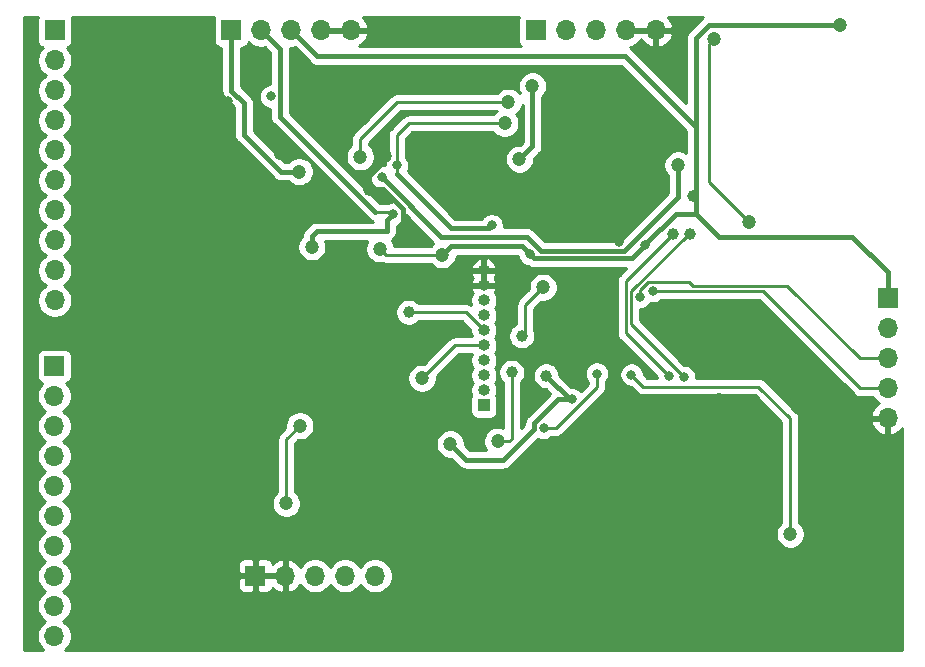
<source format=gbl>
%TF.GenerationSoftware,KiCad,Pcbnew,5.1.9-73d0e3b20d~88~ubuntu20.04.1*%
%TF.CreationDate,2021-04-29T12:20:41+03:00*%
%TF.ProjectId,eeg,6565672e-6b69-4636-9164-5f7063625858,rev?*%
%TF.SameCoordinates,Original*%
%TF.FileFunction,Copper,L2,Bot*%
%TF.FilePolarity,Positive*%
%FSLAX46Y46*%
G04 Gerber Fmt 4.6, Leading zero omitted, Abs format (unit mm)*
G04 Created by KiCad (PCBNEW 5.1.9-73d0e3b20d~88~ubuntu20.04.1) date 2021-04-29 12:20:41*
%MOMM*%
%LPD*%
G01*
G04 APERTURE LIST*
%TA.AperFunction,ComponentPad*%
%ADD10O,1.700000X1.700000*%
%TD*%
%TA.AperFunction,ComponentPad*%
%ADD11R,1.700000X1.700000*%
%TD*%
%TA.AperFunction,ComponentPad*%
%ADD12O,1.000000X1.000000*%
%TD*%
%TA.AperFunction,ComponentPad*%
%ADD13R,1.000000X1.000000*%
%TD*%
%TA.AperFunction,ViaPad*%
%ADD14C,0.800000*%
%TD*%
%TA.AperFunction,ViaPad*%
%ADD15C,1.200000*%
%TD*%
%TA.AperFunction,ViaPad*%
%ADD16C,1.000000*%
%TD*%
%TA.AperFunction,Conductor*%
%ADD17C,0.400000*%
%TD*%
%TA.AperFunction,Conductor*%
%ADD18C,0.250000*%
%TD*%
%TA.AperFunction,Conductor*%
%ADD19C,0.254000*%
%TD*%
%TA.AperFunction,Conductor*%
%ADD20C,0.100000*%
%TD*%
G04 APERTURE END LIST*
D10*
%TO.P,J4,5*%
%TO.N,GNDA*%
X111925000Y-64585000D03*
%TO.P,J4,4*%
%TO.N,SWDIO*%
X111925000Y-62045000D03*
%TO.P,J4,3*%
%TO.N,SWCLK*%
X111925000Y-59505000D03*
%TO.P,J4,2*%
%TO.N,+3V3*%
X111925000Y-56965000D03*
D11*
%TO.P,J4,1*%
X111925000Y-54425000D03*
%TD*%
D12*
%TO.P,J5,10*%
%TO.N,GNDA*%
X77724000Y-52070000D03*
%TO.P,J5,9*%
X77724000Y-53340000D03*
%TO.P,J5,8*%
%TO.N,SCLK*%
X77724000Y-54610000D03*
%TO.P,J5,7*%
%TO.N,CS*%
X77724000Y-55880000D03*
%TO.P,J5,6*%
%TO.N,MISO*%
X77724000Y-57150000D03*
%TO.P,J5,5*%
%TO.N,MOSI*%
X77724000Y-58420000D03*
%TO.P,J5,4*%
%TO.N,START*%
X77724000Y-59690000D03*
%TO.P,J5,3*%
%TO.N,/CLK*%
X77724000Y-60960000D03*
%TO.P,J5,2*%
%TO.N,RESET*%
X77724000Y-62230000D03*
D13*
%TO.P,J5,1*%
%TO.N,PWDN*%
X77724000Y-63500000D03*
%TD*%
D10*
%TO.P,E2,10*%
%TO.N,/CSRB2*%
X41350000Y-83035000D03*
%TO.P,E2,9*%
%TO.N,/CSRB1*%
X41350000Y-80495000D03*
%TO.P,E2,8*%
%TO.N,/CIN1P*%
X41350000Y-77955000D03*
%TO.P,E2,7*%
%TO.N,/CIN1N*%
X41350000Y-75415000D03*
%TO.P,E2,6*%
%TO.N,/CIN2P*%
X41350000Y-72875000D03*
%TO.P,E2,5*%
%TO.N,/CIN2N*%
X41350000Y-70335000D03*
%TO.P,E2,4*%
%TO.N,/CIN3P*%
X41350000Y-67795000D03*
%TO.P,E2,3*%
%TO.N,/CIN3N*%
X41350000Y-65255000D03*
%TO.P,E2,2*%
%TO.N,/CIN4P*%
X41350000Y-62715000D03*
D11*
%TO.P,E2,1*%
%TO.N,/CIN4N*%
X41350000Y-60175000D03*
%TD*%
%TO.P,E1,1*%
%TO.N,/BIASINV*%
X41400000Y-31744999D03*
D10*
%TO.P,E1,2*%
%TO.N,/CBIAS*%
X41400000Y-34284999D03*
%TO.P,E1,3*%
%TO.N,/CIN8N*%
X41400000Y-36824999D03*
%TO.P,E1,4*%
%TO.N,/CIN8P*%
X41400000Y-39364999D03*
%TO.P,E1,5*%
%TO.N,/CIN7N*%
X41400000Y-41904999D03*
%TO.P,E1,6*%
%TO.N,/CIN7P*%
X41400000Y-44444999D03*
%TO.P,E1,7*%
%TO.N,/CIN6N*%
X41400000Y-46984999D03*
%TO.P,E1,8*%
%TO.N,/CIN6P*%
X41400000Y-49524999D03*
%TO.P,E1,9*%
%TO.N,/CIN5N*%
X41400000Y-52064999D03*
%TO.P,E1,10*%
%TO.N,/CIN5P*%
X41400000Y-54604999D03*
%TD*%
D11*
%TO.P,J1,1*%
%TO.N,GNDA*%
X58375000Y-77925000D03*
D10*
%TO.P,J1,2*%
X60915000Y-77925000D03*
%TO.P,J1,3*%
%TO.N,VREFP*%
X63455000Y-77925000D03*
%TO.P,J1,4*%
X65995000Y-77925000D03*
%TO.P,J1,5*%
X68535000Y-77925000D03*
%TD*%
%TO.P,J2,5*%
%TO.N,GNDA*%
X66510000Y-31732000D03*
%TO.P,J2,4*%
X63970000Y-31732000D03*
%TO.P,J2,3*%
%TO.N,+3V3*%
X61430000Y-31732000D03*
%TO.P,J2,2*%
%TO.N,-2V5*%
X58890000Y-31732000D03*
D11*
%TO.P,J2,1*%
%TO.N,+2V5*%
X56350000Y-31732000D03*
%TD*%
%TO.P,J3,1*%
%TO.N,+5V*%
X82125000Y-31732000D03*
D10*
%TO.P,J3,2*%
X84665000Y-31732000D03*
%TO.P,J3,3*%
X87205000Y-31732000D03*
%TO.P,J3,4*%
%TO.N,GNDA*%
X89745000Y-31732000D03*
%TO.P,J3,5*%
X92285000Y-31732000D03*
%TD*%
D14*
%TO.N,+5V*%
X59690000Y-37338000D03*
D15*
X80750000Y-42650000D03*
X81850000Y-36450000D03*
D16*
%TO.N,+3V3*%
X95475000Y-45800000D03*
D15*
X74200000Y-50750000D03*
D16*
X83000000Y-61000000D03*
D14*
X85200000Y-63000000D03*
X81650000Y-50700000D03*
D15*
X107875000Y-31275000D03*
X74900000Y-66775000D03*
D14*
X91400000Y-49900000D03*
D15*
X68925000Y-50250000D03*
%TO.N,+2V5*%
X62100000Y-43700000D03*
D14*
X69088000Y-44196000D03*
D15*
X94175000Y-43150000D03*
D14*
%TO.N,Net-(R26-Pad2)*%
X87300000Y-60800000D03*
X82800000Y-65400000D03*
D16*
%TO.N,/CLK*%
X80100000Y-60700000D03*
D15*
X78900000Y-66550000D03*
D14*
%TO.N,-2V5*%
X70075000Y-47275000D03*
D15*
X62150000Y-65225000D03*
X61011900Y-71800000D03*
X63175000Y-50075000D03*
D16*
%TO.N,MISO*%
X71372814Y-55605056D03*
D15*
%TO.N,MOSI*%
X72500000Y-61200000D03*
D16*
%TO.N,CS*%
X80950000Y-57625000D03*
D15*
X82750000Y-53500000D03*
%TO.N,Net-(C83-Pad1)*%
X103675000Y-74400000D03*
D14*
X90225000Y-60900000D03*
%TO.N,/RN46RTS*%
X93400000Y-61050000D03*
D16*
X93750000Y-49000000D03*
D15*
%TO.N,Net-(C105-Pad1)*%
X67275000Y-42450000D03*
X79800000Y-37825000D03*
%TO.N,-5V*%
X79502000Y-39624000D03*
D14*
X70358000Y-43180000D03*
X78400000Y-48250000D03*
%TO.N,/RN46CTS*%
X94675000Y-61100000D03*
D16*
X95225000Y-48950000D03*
D14*
%TO.N,GNDA*%
X71100000Y-62300000D03*
X90350000Y-42300000D03*
X51700000Y-54660800D03*
D16*
X51650000Y-60150000D03*
D15*
X51663600Y-62700000D03*
X51663600Y-65250000D03*
X51663600Y-67780000D03*
X51663600Y-72870000D03*
X51663600Y-75387200D03*
X51663600Y-77950000D03*
X51663600Y-80505300D03*
X51663600Y-82956400D03*
X51675000Y-52025000D03*
X51700000Y-49475000D03*
X51700000Y-46950000D03*
X51675000Y-44420000D03*
X51675000Y-41900000D03*
D14*
X51700000Y-34260000D03*
X56075000Y-37750000D03*
D15*
X69342000Y-42418000D03*
D14*
X60370000Y-42320000D03*
D16*
X68025000Y-45275000D03*
D15*
X51700000Y-36825000D03*
X51650000Y-39370000D03*
X68500000Y-65100000D03*
X97600000Y-63050000D03*
X101100000Y-64000000D03*
D14*
X89200000Y-49650000D03*
D15*
X86350000Y-68800000D03*
X81980000Y-48050000D03*
X51663600Y-70340000D03*
X87750000Y-43275000D03*
X71900000Y-68025000D03*
X80525000Y-69275000D03*
D14*
X70875000Y-49250000D03*
%TO.N,SWCLK*%
X90925000Y-54325000D03*
%TO.N,SWDIO*%
X92075000Y-53800000D03*
D15*
%TO.N,Net-(R31-Pad2)*%
X100200000Y-48000000D03*
X97250000Y-32450000D03*
%TD*%
D17*
%TO.N,+5V*%
X81850000Y-41550000D02*
X80750000Y-42650000D01*
X81850000Y-36450000D02*
X81850000Y-41550000D01*
%TO.N,+3V3*%
X95700000Y-45800000D02*
X95700000Y-47300000D01*
X97600000Y-49200000D02*
X95700000Y-47300000D01*
X108890000Y-49200000D02*
X97600000Y-49200000D01*
X80988000Y-50038000D02*
X81650000Y-50700000D01*
X95700000Y-39905998D02*
X89694003Y-33900001D01*
X95700000Y-45800000D02*
X95700000Y-39905998D01*
X74912000Y-50038000D02*
X74200000Y-50750000D01*
X80988000Y-50038000D02*
X74912000Y-50038000D01*
X96815998Y-31275000D02*
X107875000Y-31275000D01*
X95700000Y-32390998D02*
X96815998Y-31275000D01*
X95700000Y-39905998D02*
X95700000Y-32390998D01*
X85000000Y-63000000D02*
X83000000Y-61000000D01*
X85200000Y-63000000D02*
X85000000Y-63000000D01*
X95700000Y-47300000D02*
X93975000Y-47300000D01*
X91400000Y-49875000D02*
X91400000Y-49900000D01*
X93975000Y-47300000D02*
X91400000Y-49875000D01*
X82000011Y-51050011D02*
X81650000Y-50700000D01*
X90249989Y-51050011D02*
X82000011Y-51050011D01*
X91400000Y-49900000D02*
X90249989Y-51050011D01*
D18*
X69425000Y-50750000D02*
X68925000Y-50250000D01*
X74200000Y-50750000D02*
X69425000Y-50750000D01*
X111823001Y-54673001D02*
X112268000Y-55118000D01*
D17*
X63598001Y-33900001D02*
X61430000Y-31732000D01*
X89694003Y-33900001D02*
X63598001Y-33900001D01*
X111925000Y-52235000D02*
X111925000Y-54425000D01*
X108890000Y-49200000D02*
X111925000Y-52235000D01*
X76225001Y-68100001D02*
X74900000Y-66775000D01*
X81999999Y-65484003D02*
X79384001Y-68100001D01*
X81999999Y-65015999D02*
X81999999Y-65484003D01*
X84015998Y-63000000D02*
X81999999Y-65015999D01*
X79384001Y-68100001D02*
X76225001Y-68100001D01*
X85200000Y-63000000D02*
X84015998Y-63000000D01*
D18*
X95475000Y-45800000D02*
X95700000Y-45800000D01*
D17*
%TO.N,+2V5*%
X74131001Y-49239001D02*
X69088000Y-44196000D01*
X60565998Y-43700000D02*
X57440000Y-40574002D01*
X62100000Y-43700000D02*
X60565998Y-43700000D01*
X89584001Y-50450001D02*
X82584003Y-50450001D01*
X81373003Y-49239001D02*
X79589001Y-49239001D01*
X82584003Y-50450001D02*
X81373003Y-49239001D01*
X94175000Y-45859002D02*
X89584001Y-50450001D01*
X94175000Y-43150000D02*
X94175000Y-45859002D01*
X79589001Y-49239001D02*
X74131001Y-49239001D01*
X80046999Y-49239001D02*
X79589001Y-49239001D01*
X57440000Y-37930998D02*
X57440000Y-40574002D01*
X56350000Y-36840998D02*
X57440000Y-37930998D01*
X56350000Y-31732000D02*
X56350000Y-36840998D01*
D18*
%TO.N,Net-(R26-Pad2)*%
X83873002Y-65400000D02*
X82800000Y-65400000D01*
X87300000Y-61973002D02*
X83873002Y-65400000D01*
X87300000Y-60800000D02*
X87300000Y-61973002D01*
%TO.N,/CLK*%
X79875000Y-66550000D02*
X78900000Y-66550000D01*
X80100000Y-66325000D02*
X79875000Y-66550000D01*
X80100000Y-60700000D02*
X80100000Y-66325000D01*
%TO.N,-2V5*%
X61011900Y-66363100D02*
X61011900Y-71800000D01*
X62150000Y-65225000D02*
X61011900Y-66363100D01*
D17*
X60490001Y-39068003D02*
X68546998Y-47125000D01*
D18*
X69925000Y-47125000D02*
X70075000Y-47275000D01*
X68546998Y-47125000D02*
X69925000Y-47125000D01*
D17*
X69525000Y-47825000D02*
X70075000Y-47275000D01*
X69525000Y-48775000D02*
X69525000Y-47825000D01*
X63575000Y-48775000D02*
X69525000Y-48775000D01*
X63175000Y-49175000D02*
X63575000Y-48775000D01*
X63175000Y-50075000D02*
X63175000Y-49175000D01*
X60490001Y-33332001D02*
X60490001Y-39068003D01*
X58890000Y-31732000D02*
X60490001Y-33332001D01*
D18*
%TO.N,MISO*%
X76179056Y-55605056D02*
X77724000Y-57150000D01*
X71372814Y-55605056D02*
X76179056Y-55605056D01*
%TO.N,MOSI*%
X75330000Y-58420000D02*
X77724000Y-58420000D01*
X75280000Y-58420000D02*
X72500000Y-61200000D01*
X75330000Y-58420000D02*
X75280000Y-58420000D01*
%TO.N,CS*%
X81250000Y-55000000D02*
X82750000Y-53500000D01*
X81250000Y-57325000D02*
X80950000Y-57625000D01*
X81250000Y-55000000D02*
X81250000Y-57325000D01*
%TO.N,Net-(C83-Pad1)*%
X103675000Y-74400000D02*
X103675000Y-64601998D01*
X90325000Y-61000000D02*
X90225000Y-60900000D01*
X90225000Y-60900000D02*
X91225000Y-61900000D01*
X91225000Y-61900000D02*
X100973002Y-61900000D01*
X100973002Y-61900000D02*
X103675000Y-64601998D01*
%TO.N,/RN46RTS*%
X89749989Y-53000011D02*
X93750000Y-49000000D01*
X89749989Y-57399989D02*
X89749989Y-53000011D01*
X93400000Y-61050000D02*
X89749989Y-57399989D01*
%TO.N,Net-(C105-Pad1)*%
X67275000Y-40929000D02*
X68177000Y-40027000D01*
X67275000Y-42450000D02*
X67275000Y-40929000D01*
X68177000Y-40027000D02*
X70358000Y-37846000D01*
X68072000Y-40132000D02*
X68177000Y-40027000D01*
X70379000Y-37825000D02*
X70358000Y-37846000D01*
X79800000Y-37825000D02*
X70379000Y-37825000D01*
%TO.N,-5V*%
X79502000Y-39624000D02*
X71374000Y-39624000D01*
X70358000Y-40640000D02*
X70358000Y-43180000D01*
X71374000Y-39624000D02*
X70358000Y-40640000D01*
X70358000Y-43180000D02*
X70358000Y-43942000D01*
D17*
X70358000Y-43942000D02*
X74930000Y-48514000D01*
X78136000Y-48514000D02*
X78400000Y-48250000D01*
X74930000Y-48514000D02*
X78136000Y-48514000D01*
D18*
%TO.N,/RN46CTS*%
X90199999Y-53847906D02*
X95097905Y-48950000D01*
X90199999Y-56624999D02*
X90199999Y-53847906D01*
X95097905Y-48950000D02*
X95225000Y-48950000D01*
X94675000Y-61100000D02*
X90199999Y-56624999D01*
%TO.N,GNDA*%
X51700000Y-82920000D02*
X51610000Y-83010000D01*
X51699100Y-77950000D02*
X51700000Y-77950900D01*
X51700000Y-77950900D02*
X51700000Y-82920000D01*
X51700000Y-34260000D02*
X51700000Y-77950900D01*
X55125000Y-36800000D02*
X56075000Y-37750000D01*
X51700000Y-36800000D02*
X55125000Y-36800000D01*
X71100000Y-62500000D02*
X71100000Y-62300000D01*
X68500000Y-65100000D02*
X71100000Y-62500000D01*
X97600000Y-63050000D02*
X98550000Y-64000000D01*
X88070000Y-48520000D02*
X89200000Y-49650000D01*
X102000000Y-64000000D02*
X102000000Y-66450000D01*
X99650000Y-68800000D02*
X86350000Y-68800000D01*
X102000000Y-66450000D02*
X99650000Y-68800000D01*
X89375000Y-43275000D02*
X90350000Y-42300000D01*
X87750000Y-43275000D02*
X89375000Y-43275000D01*
X73150000Y-69275000D02*
X80525000Y-69275000D01*
X71900000Y-68025000D02*
X73150000Y-69275000D01*
D17*
X69196002Y-45212000D02*
X67818000Y-45212000D01*
X70875001Y-46890999D02*
X69196002Y-45212000D01*
X70875000Y-49250000D02*
X70875001Y-46890999D01*
X51701300Y-77925000D02*
X51676300Y-77950000D01*
X58375000Y-77925000D02*
X51701300Y-77925000D01*
D18*
X68025000Y-44185998D02*
X69342000Y-42868998D01*
X69342000Y-42868998D02*
X69342000Y-42418000D01*
X68025000Y-45275000D02*
X68025000Y-44185998D01*
X98550000Y-64000000D02*
X101100000Y-64000000D01*
X101100000Y-64000000D02*
X102000000Y-64000000D01*
X82450000Y-48520000D02*
X81980000Y-48050000D01*
X88070000Y-48520000D02*
X82450000Y-48520000D01*
%TO.N,SWCLK*%
X90925000Y-54325000D02*
X90925000Y-53759315D01*
X90925000Y-53759315D02*
X91609316Y-53074999D01*
X95399990Y-53349990D02*
X103424990Y-53349990D01*
X95124999Y-53074999D02*
X95399990Y-53349990D01*
X91609316Y-53074999D02*
X95124999Y-53074999D01*
X109580000Y-59505000D02*
X111925000Y-59505000D01*
X103424990Y-53349990D02*
X109580000Y-59505000D01*
%TO.N,SWDIO*%
X92075000Y-53800000D02*
X101375000Y-53800000D01*
X109620000Y-62045000D02*
X111925000Y-62045000D01*
X101375000Y-53800000D02*
X109620000Y-62045000D01*
%TO.N,Net-(R31-Pad2)*%
X96825000Y-44625000D02*
X100200000Y-48000000D01*
X96825000Y-32875000D02*
X97250000Y-32450000D01*
X96825000Y-44625000D02*
X96825000Y-32875000D01*
%TD*%
D19*
%TO.N,GNDA*%
X39960498Y-30650819D02*
X39924188Y-30770517D01*
X39911928Y-30894999D01*
X39911928Y-32594999D01*
X39924188Y-32719481D01*
X39960498Y-32839179D01*
X40019463Y-32949493D01*
X40098815Y-33046184D01*
X40195506Y-33125536D01*
X40305820Y-33184501D01*
X40378380Y-33206512D01*
X40246525Y-33338367D01*
X40084010Y-33581588D01*
X39972068Y-33851841D01*
X39915000Y-34138739D01*
X39915000Y-34431259D01*
X39972068Y-34718157D01*
X40084010Y-34988410D01*
X40246525Y-35231631D01*
X40453368Y-35438474D01*
X40627760Y-35554999D01*
X40453368Y-35671524D01*
X40246525Y-35878367D01*
X40084010Y-36121588D01*
X39972068Y-36391841D01*
X39915000Y-36678739D01*
X39915000Y-36971259D01*
X39972068Y-37258157D01*
X40084010Y-37528410D01*
X40246525Y-37771631D01*
X40453368Y-37978474D01*
X40627760Y-38094999D01*
X40453368Y-38211524D01*
X40246525Y-38418367D01*
X40084010Y-38661588D01*
X39972068Y-38931841D01*
X39915000Y-39218739D01*
X39915000Y-39511259D01*
X39972068Y-39798157D01*
X40084010Y-40068410D01*
X40246525Y-40311631D01*
X40453368Y-40518474D01*
X40627760Y-40634999D01*
X40453368Y-40751524D01*
X40246525Y-40958367D01*
X40084010Y-41201588D01*
X39972068Y-41471841D01*
X39915000Y-41758739D01*
X39915000Y-42051259D01*
X39972068Y-42338157D01*
X40084010Y-42608410D01*
X40246525Y-42851631D01*
X40453368Y-43058474D01*
X40627760Y-43174999D01*
X40453368Y-43291524D01*
X40246525Y-43498367D01*
X40084010Y-43741588D01*
X39972068Y-44011841D01*
X39915000Y-44298739D01*
X39915000Y-44591259D01*
X39972068Y-44878157D01*
X40084010Y-45148410D01*
X40246525Y-45391631D01*
X40453368Y-45598474D01*
X40627760Y-45714999D01*
X40453368Y-45831524D01*
X40246525Y-46038367D01*
X40084010Y-46281588D01*
X39972068Y-46551841D01*
X39915000Y-46838739D01*
X39915000Y-47131259D01*
X39972068Y-47418157D01*
X40084010Y-47688410D01*
X40246525Y-47931631D01*
X40453368Y-48138474D01*
X40627760Y-48254999D01*
X40453368Y-48371524D01*
X40246525Y-48578367D01*
X40084010Y-48821588D01*
X39972068Y-49091841D01*
X39915000Y-49378739D01*
X39915000Y-49671259D01*
X39972068Y-49958157D01*
X40084010Y-50228410D01*
X40246525Y-50471631D01*
X40453368Y-50678474D01*
X40627760Y-50794999D01*
X40453368Y-50911524D01*
X40246525Y-51118367D01*
X40084010Y-51361588D01*
X39972068Y-51631841D01*
X39915000Y-51918739D01*
X39915000Y-52211259D01*
X39972068Y-52498157D01*
X40084010Y-52768410D01*
X40246525Y-53011631D01*
X40453368Y-53218474D01*
X40627760Y-53334999D01*
X40453368Y-53451524D01*
X40246525Y-53658367D01*
X40084010Y-53901588D01*
X39972068Y-54171841D01*
X39915000Y-54458739D01*
X39915000Y-54751259D01*
X39972068Y-55038157D01*
X40084010Y-55308410D01*
X40246525Y-55551631D01*
X40453368Y-55758474D01*
X40696589Y-55920989D01*
X40966842Y-56032931D01*
X41253740Y-56089999D01*
X41546260Y-56089999D01*
X41833158Y-56032931D01*
X42103411Y-55920989D01*
X42346632Y-55758474D01*
X42553475Y-55551631D01*
X42592471Y-55493268D01*
X70237814Y-55493268D01*
X70237814Y-55716844D01*
X70281431Y-55936123D01*
X70366990Y-56142680D01*
X70491202Y-56328576D01*
X70649294Y-56486668D01*
X70835190Y-56610880D01*
X71041747Y-56696439D01*
X71261026Y-56740056D01*
X71484602Y-56740056D01*
X71703881Y-56696439D01*
X71910438Y-56610880D01*
X72096334Y-56486668D01*
X72217946Y-56365056D01*
X75864255Y-56365056D01*
X76589000Y-57089802D01*
X76589000Y-57261788D01*
X76632617Y-57481067D01*
X76706734Y-57660000D01*
X75317325Y-57660000D01*
X75280000Y-57656324D01*
X75242675Y-57660000D01*
X75242667Y-57660000D01*
X75131014Y-57670997D01*
X74987753Y-57714454D01*
X74855724Y-57785026D01*
X74739999Y-57879999D01*
X74716201Y-57908997D01*
X72653801Y-59971398D01*
X72621637Y-59965000D01*
X72378363Y-59965000D01*
X72139764Y-60012460D01*
X71915008Y-60105557D01*
X71712733Y-60240713D01*
X71540713Y-60412733D01*
X71405557Y-60615008D01*
X71312460Y-60839764D01*
X71265000Y-61078363D01*
X71265000Y-61321637D01*
X71312460Y-61560236D01*
X71405557Y-61784992D01*
X71540713Y-61987267D01*
X71712733Y-62159287D01*
X71915008Y-62294443D01*
X72139764Y-62387540D01*
X72378363Y-62435000D01*
X72621637Y-62435000D01*
X72860236Y-62387540D01*
X73084992Y-62294443D01*
X73287267Y-62159287D01*
X73459287Y-61987267D01*
X73594443Y-61784992D01*
X73687540Y-61560236D01*
X73735000Y-61321637D01*
X73735000Y-61078363D01*
X73728602Y-61046199D01*
X75594802Y-59180000D01*
X76706734Y-59180000D01*
X76632617Y-59358933D01*
X76589000Y-59578212D01*
X76589000Y-59801788D01*
X76632617Y-60021067D01*
X76718176Y-60227624D01*
X76783241Y-60325000D01*
X76718176Y-60422376D01*
X76632617Y-60628933D01*
X76589000Y-60848212D01*
X76589000Y-61071788D01*
X76632617Y-61291067D01*
X76718176Y-61497624D01*
X76783241Y-61595000D01*
X76718176Y-61692376D01*
X76632617Y-61898933D01*
X76589000Y-62118212D01*
X76589000Y-62341788D01*
X76632617Y-62561067D01*
X76678888Y-62672774D01*
X76634498Y-62755820D01*
X76598188Y-62875518D01*
X76585928Y-63000000D01*
X76585928Y-64000000D01*
X76598188Y-64124482D01*
X76634498Y-64244180D01*
X76693463Y-64354494D01*
X76772815Y-64451185D01*
X76869506Y-64530537D01*
X76979820Y-64589502D01*
X77099518Y-64625812D01*
X77224000Y-64638072D01*
X78224000Y-64638072D01*
X78348482Y-64625812D01*
X78468180Y-64589502D01*
X78578494Y-64530537D01*
X78675185Y-64451185D01*
X78754537Y-64354494D01*
X78813502Y-64244180D01*
X78849812Y-64124482D01*
X78862072Y-64000000D01*
X78862072Y-63000000D01*
X78849812Y-62875518D01*
X78813502Y-62755820D01*
X78769112Y-62672774D01*
X78815383Y-62561067D01*
X78859000Y-62341788D01*
X78859000Y-62118212D01*
X78815383Y-61898933D01*
X78729824Y-61692376D01*
X78664759Y-61595000D01*
X78729824Y-61497624D01*
X78815383Y-61291067D01*
X78859000Y-61071788D01*
X78859000Y-60848212D01*
X78815383Y-60628933D01*
X78729824Y-60422376D01*
X78664759Y-60325000D01*
X78729824Y-60227624D01*
X78815383Y-60021067D01*
X78859000Y-59801788D01*
X78859000Y-59578212D01*
X78815383Y-59358933D01*
X78729824Y-59152376D01*
X78664759Y-59055000D01*
X78729824Y-58957624D01*
X78815383Y-58751067D01*
X78859000Y-58531788D01*
X78859000Y-58308212D01*
X78815383Y-58088933D01*
X78729824Y-57882376D01*
X78664759Y-57785000D01*
X78729824Y-57687624D01*
X78802068Y-57513212D01*
X79815000Y-57513212D01*
X79815000Y-57736788D01*
X79858617Y-57956067D01*
X79944176Y-58162624D01*
X80068388Y-58348520D01*
X80226480Y-58506612D01*
X80412376Y-58630824D01*
X80618933Y-58716383D01*
X80838212Y-58760000D01*
X81061788Y-58760000D01*
X81281067Y-58716383D01*
X81487624Y-58630824D01*
X81673520Y-58506612D01*
X81831612Y-58348520D01*
X81955824Y-58162624D01*
X82041383Y-57956067D01*
X82085000Y-57736788D01*
X82085000Y-57513212D01*
X82041383Y-57293933D01*
X82010000Y-57218168D01*
X82010000Y-55314801D01*
X82596199Y-54728602D01*
X82628363Y-54735000D01*
X82871637Y-54735000D01*
X83110236Y-54687540D01*
X83334992Y-54594443D01*
X83537267Y-54459287D01*
X83709287Y-54287267D01*
X83844443Y-54084992D01*
X83937540Y-53860236D01*
X83985000Y-53621637D01*
X83985000Y-53378363D01*
X83937540Y-53139764D01*
X83844443Y-52915008D01*
X83709287Y-52712733D01*
X83537267Y-52540713D01*
X83334992Y-52405557D01*
X83110236Y-52312460D01*
X82871637Y-52265000D01*
X82628363Y-52265000D01*
X82389764Y-52312460D01*
X82165008Y-52405557D01*
X81962733Y-52540713D01*
X81790713Y-52712733D01*
X81655557Y-52915008D01*
X81562460Y-53139764D01*
X81515000Y-53378363D01*
X81515000Y-53621637D01*
X81521398Y-53653801D01*
X80739003Y-54436196D01*
X80709999Y-54459999D01*
X80658303Y-54522991D01*
X80615026Y-54575724D01*
X80587673Y-54626898D01*
X80544454Y-54707754D01*
X80500997Y-54851015D01*
X80490000Y-54962668D01*
X80490000Y-54962678D01*
X80486324Y-55000000D01*
X80490000Y-55037323D01*
X80490001Y-56587023D01*
X80412376Y-56619176D01*
X80226480Y-56743388D01*
X80068388Y-56901480D01*
X79944176Y-57087376D01*
X79858617Y-57293933D01*
X79815000Y-57513212D01*
X78802068Y-57513212D01*
X78815383Y-57481067D01*
X78859000Y-57261788D01*
X78859000Y-57038212D01*
X78815383Y-56818933D01*
X78729824Y-56612376D01*
X78664759Y-56515000D01*
X78729824Y-56417624D01*
X78815383Y-56211067D01*
X78859000Y-55991788D01*
X78859000Y-55768212D01*
X78815383Y-55548933D01*
X78729824Y-55342376D01*
X78664759Y-55245000D01*
X78729824Y-55147624D01*
X78815383Y-54941067D01*
X78859000Y-54721788D01*
X78859000Y-54498212D01*
X78815383Y-54278933D01*
X78729824Y-54072376D01*
X78661647Y-53970342D01*
X78711123Y-53900206D01*
X78801446Y-53696864D01*
X78818119Y-53641874D01*
X78691954Y-53467000D01*
X77851000Y-53467000D01*
X77851000Y-53478026D01*
X77835788Y-53475000D01*
X77612212Y-53475000D01*
X77597000Y-53478026D01*
X77597000Y-53467000D01*
X76756046Y-53467000D01*
X76629881Y-53641874D01*
X76646554Y-53696864D01*
X76736877Y-53900206D01*
X76786353Y-53970342D01*
X76718176Y-54072376D01*
X76632617Y-54278933D01*
X76589000Y-54498212D01*
X76589000Y-54721788D01*
X76632617Y-54941067D01*
X76665907Y-55021436D01*
X76603332Y-54970082D01*
X76471303Y-54899510D01*
X76328042Y-54856053D01*
X76216389Y-54845056D01*
X76216378Y-54845056D01*
X76179056Y-54841380D01*
X76141734Y-54845056D01*
X72217946Y-54845056D01*
X72096334Y-54723444D01*
X71910438Y-54599232D01*
X71703881Y-54513673D01*
X71484602Y-54470056D01*
X71261026Y-54470056D01*
X71041747Y-54513673D01*
X70835190Y-54599232D01*
X70649294Y-54723444D01*
X70491202Y-54881536D01*
X70366990Y-55067432D01*
X70281431Y-55273989D01*
X70237814Y-55493268D01*
X42592471Y-55493268D01*
X42715990Y-55308410D01*
X42827932Y-55038157D01*
X42885000Y-54751259D01*
X42885000Y-54458739D01*
X42827932Y-54171841D01*
X42715990Y-53901588D01*
X42553475Y-53658367D01*
X42346632Y-53451524D01*
X42172240Y-53334999D01*
X42346632Y-53218474D01*
X42553475Y-53011631D01*
X42715990Y-52768410D01*
X42827932Y-52498157D01*
X42853051Y-52371874D01*
X76629881Y-52371874D01*
X76646554Y-52426864D01*
X76736877Y-52630206D01*
X76789639Y-52705000D01*
X76736877Y-52779794D01*
X76646554Y-52983136D01*
X76629881Y-53038126D01*
X76756046Y-53213000D01*
X77597000Y-53213000D01*
X77597000Y-52197000D01*
X77851000Y-52197000D01*
X77851000Y-53213000D01*
X78691954Y-53213000D01*
X78818119Y-53038126D01*
X78801446Y-52983136D01*
X78711123Y-52779794D01*
X78658361Y-52705000D01*
X78711123Y-52630206D01*
X78801446Y-52426864D01*
X78818119Y-52371874D01*
X78691954Y-52197000D01*
X77851000Y-52197000D01*
X77597000Y-52197000D01*
X76756046Y-52197000D01*
X76629881Y-52371874D01*
X42853051Y-52371874D01*
X42885000Y-52211259D01*
X42885000Y-51918739D01*
X42827932Y-51631841D01*
X42715990Y-51361588D01*
X42553475Y-51118367D01*
X42346632Y-50911524D01*
X42172240Y-50794999D01*
X42346632Y-50678474D01*
X42553475Y-50471631D01*
X42715990Y-50228410D01*
X42827932Y-49958157D01*
X42885000Y-49671259D01*
X42885000Y-49378739D01*
X42827932Y-49091841D01*
X42715990Y-48821588D01*
X42553475Y-48578367D01*
X42346632Y-48371524D01*
X42172240Y-48254999D01*
X42346632Y-48138474D01*
X42553475Y-47931631D01*
X42715990Y-47688410D01*
X42827932Y-47418157D01*
X42885000Y-47131259D01*
X42885000Y-46838739D01*
X42827932Y-46551841D01*
X42715990Y-46281588D01*
X42553475Y-46038367D01*
X42346632Y-45831524D01*
X42172240Y-45714999D01*
X42346632Y-45598474D01*
X42553475Y-45391631D01*
X42715990Y-45148410D01*
X42827932Y-44878157D01*
X42885000Y-44591259D01*
X42885000Y-44298739D01*
X42827932Y-44011841D01*
X42715990Y-43741588D01*
X42553475Y-43498367D01*
X42346632Y-43291524D01*
X42172240Y-43174999D01*
X42346632Y-43058474D01*
X42553475Y-42851631D01*
X42715990Y-42608410D01*
X42827932Y-42338157D01*
X42885000Y-42051259D01*
X42885000Y-41758739D01*
X42827932Y-41471841D01*
X42715990Y-41201588D01*
X42553475Y-40958367D01*
X42346632Y-40751524D01*
X42172240Y-40634999D01*
X42346632Y-40518474D01*
X42553475Y-40311631D01*
X42715990Y-40068410D01*
X42827932Y-39798157D01*
X42885000Y-39511259D01*
X42885000Y-39218739D01*
X42827932Y-38931841D01*
X42715990Y-38661588D01*
X42553475Y-38418367D01*
X42346632Y-38211524D01*
X42172240Y-38094999D01*
X42346632Y-37978474D01*
X42553475Y-37771631D01*
X42715990Y-37528410D01*
X42827932Y-37258157D01*
X42885000Y-36971259D01*
X42885000Y-36678739D01*
X42827932Y-36391841D01*
X42715990Y-36121588D01*
X42553475Y-35878367D01*
X42346632Y-35671524D01*
X42172240Y-35554999D01*
X42346632Y-35438474D01*
X42553475Y-35231631D01*
X42715990Y-34988410D01*
X42827932Y-34718157D01*
X42885000Y-34431259D01*
X42885000Y-34138739D01*
X42827932Y-33851841D01*
X42715990Y-33581588D01*
X42553475Y-33338367D01*
X42421620Y-33206512D01*
X42494180Y-33184501D01*
X42604494Y-33125536D01*
X42701185Y-33046184D01*
X42780537Y-32949493D01*
X42839502Y-32839179D01*
X42875812Y-32719481D01*
X42888072Y-32594999D01*
X42888072Y-30894999D01*
X42875812Y-30770517D01*
X42839502Y-30650819D01*
X42829443Y-30632000D01*
X54913609Y-30632000D01*
X54910498Y-30637820D01*
X54874188Y-30757518D01*
X54861928Y-30882000D01*
X54861928Y-32582000D01*
X54874188Y-32706482D01*
X54910498Y-32826180D01*
X54969463Y-32936494D01*
X55048815Y-33033185D01*
X55145506Y-33112537D01*
X55255820Y-33171502D01*
X55375518Y-33207812D01*
X55500000Y-33220072D01*
X55515000Y-33220072D01*
X55515001Y-36799970D01*
X55510960Y-36840998D01*
X55527082Y-37004686D01*
X55574828Y-37162084D01*
X55651753Y-37305999D01*
X55652365Y-37307144D01*
X55756710Y-37434289D01*
X55788574Y-37460439D01*
X56605000Y-38276867D01*
X56605001Y-40532974D01*
X56600960Y-40574002D01*
X56617082Y-40737690D01*
X56664828Y-40895088D01*
X56742364Y-41040147D01*
X56742365Y-41040148D01*
X56846710Y-41167293D01*
X56878574Y-41193443D01*
X59946561Y-44261432D01*
X59972707Y-44293291D01*
X60004566Y-44319437D01*
X60004568Y-44319439D01*
X60084455Y-44385000D01*
X60099852Y-44397636D01*
X60244911Y-44475172D01*
X60402309Y-44522918D01*
X60524979Y-44535000D01*
X60524980Y-44535000D01*
X60565998Y-44539040D01*
X60607016Y-44535000D01*
X61188446Y-44535000D01*
X61312733Y-44659287D01*
X61515008Y-44794443D01*
X61739764Y-44887540D01*
X61978363Y-44935000D01*
X62221637Y-44935000D01*
X62460236Y-44887540D01*
X62684992Y-44794443D01*
X62887267Y-44659287D01*
X63059287Y-44487267D01*
X63194443Y-44284992D01*
X63287540Y-44060236D01*
X63335000Y-43821637D01*
X63335000Y-43578363D01*
X63287540Y-43339764D01*
X63194443Y-43115008D01*
X63059287Y-42912733D01*
X62887267Y-42740713D01*
X62684992Y-42605557D01*
X62460236Y-42512460D01*
X62221637Y-42465000D01*
X61978363Y-42465000D01*
X61739764Y-42512460D01*
X61515008Y-42605557D01*
X61312733Y-42740713D01*
X61188446Y-42865000D01*
X60911867Y-42865000D01*
X58275000Y-40228135D01*
X58275000Y-37972016D01*
X58279040Y-37930998D01*
X58262918Y-37767310D01*
X58241595Y-37697015D01*
X58215172Y-37609911D01*
X58137636Y-37464852D01*
X58137564Y-37464764D01*
X58059439Y-37369568D01*
X58059437Y-37369566D01*
X58033291Y-37337707D01*
X58001433Y-37311562D01*
X57185000Y-36495131D01*
X57185000Y-33220072D01*
X57200000Y-33220072D01*
X57324482Y-33207812D01*
X57444180Y-33171502D01*
X57554494Y-33112537D01*
X57651185Y-33033185D01*
X57730537Y-32936494D01*
X57789502Y-32826180D01*
X57811513Y-32753620D01*
X57943368Y-32885475D01*
X58186589Y-33047990D01*
X58456842Y-33159932D01*
X58743740Y-33217000D01*
X59036260Y-33217000D01*
X59167940Y-33190807D01*
X59655001Y-33677869D01*
X59655002Y-36303000D01*
X59588061Y-36303000D01*
X59388102Y-36342774D01*
X59199744Y-36420795D01*
X59030226Y-36534063D01*
X58886063Y-36678226D01*
X58772795Y-36847744D01*
X58694774Y-37036102D01*
X58655000Y-37236061D01*
X58655000Y-37439939D01*
X58694774Y-37639898D01*
X58772795Y-37828256D01*
X58886063Y-37997774D01*
X59030226Y-38141937D01*
X59199744Y-38255205D01*
X59388102Y-38333226D01*
X59588061Y-38373000D01*
X59655002Y-38373000D01*
X59655002Y-39026975D01*
X59650961Y-39068003D01*
X59667083Y-39231691D01*
X59714829Y-39389089D01*
X59780131Y-39511259D01*
X59792366Y-39534149D01*
X59896711Y-39661294D01*
X59928575Y-39687444D01*
X67985568Y-47744438D01*
X68080852Y-47822636D01*
X68225911Y-47900171D01*
X68357210Y-47940000D01*
X63616007Y-47940000D01*
X63574999Y-47935961D01*
X63533991Y-47940000D01*
X63533981Y-47940000D01*
X63411311Y-47952082D01*
X63253913Y-47999828D01*
X63108854Y-48077364D01*
X62981709Y-48181709D01*
X62955554Y-48213579D01*
X62613574Y-48555559D01*
X62581710Y-48581709D01*
X62519302Y-48657754D01*
X62477364Y-48708855D01*
X62399828Y-48853914D01*
X62352082Y-49011312D01*
X62343447Y-49098986D01*
X62340054Y-49133438D01*
X62336781Y-49166665D01*
X62215713Y-49287733D01*
X62080557Y-49490008D01*
X61987460Y-49714764D01*
X61940000Y-49953363D01*
X61940000Y-50196637D01*
X61987460Y-50435236D01*
X62080557Y-50659992D01*
X62215713Y-50862267D01*
X62387733Y-51034287D01*
X62590008Y-51169443D01*
X62814764Y-51262540D01*
X63053363Y-51310000D01*
X63296637Y-51310000D01*
X63535236Y-51262540D01*
X63759992Y-51169443D01*
X63962267Y-51034287D01*
X64134287Y-50862267D01*
X64269443Y-50659992D01*
X64362540Y-50435236D01*
X64410000Y-50196637D01*
X64410000Y-49953363D01*
X64362540Y-49714764D01*
X64319145Y-49610000D01*
X67867312Y-49610000D01*
X67830557Y-49665008D01*
X67737460Y-49889764D01*
X67690000Y-50128363D01*
X67690000Y-50371637D01*
X67737460Y-50610236D01*
X67830557Y-50834992D01*
X67965713Y-51037267D01*
X68137733Y-51209287D01*
X68340008Y-51344443D01*
X68564764Y-51437540D01*
X68803363Y-51485000D01*
X69046637Y-51485000D01*
X69157292Y-51462990D01*
X69276014Y-51499003D01*
X69387667Y-51510000D01*
X69387675Y-51510000D01*
X69425000Y-51513676D01*
X69462325Y-51510000D01*
X73222494Y-51510000D01*
X73240713Y-51537267D01*
X73412733Y-51709287D01*
X73615008Y-51844443D01*
X73839764Y-51937540D01*
X74078363Y-51985000D01*
X74321637Y-51985000D01*
X74560236Y-51937540D01*
X74784992Y-51844443D01*
X74899208Y-51768126D01*
X76629881Y-51768126D01*
X76756046Y-51943000D01*
X77597000Y-51943000D01*
X77597000Y-51100871D01*
X77851000Y-51100871D01*
X77851000Y-51943000D01*
X78691954Y-51943000D01*
X78818119Y-51768126D01*
X78801446Y-51713136D01*
X78711123Y-51509794D01*
X78582865Y-51327980D01*
X78421601Y-51174682D01*
X78233529Y-51055790D01*
X78025876Y-50975874D01*
X77851000Y-51100871D01*
X77597000Y-51100871D01*
X77422124Y-50975874D01*
X77214471Y-51055790D01*
X77026399Y-51174682D01*
X76865135Y-51327980D01*
X76736877Y-51509794D01*
X76646554Y-51713136D01*
X76629881Y-51768126D01*
X74899208Y-51768126D01*
X74987267Y-51709287D01*
X75159287Y-51537267D01*
X75294443Y-51334992D01*
X75387540Y-51110236D01*
X75434729Y-50873000D01*
X80629135Y-50873000D01*
X80654774Y-51001898D01*
X80732795Y-51190256D01*
X80846063Y-51359774D01*
X80990226Y-51503937D01*
X81159744Y-51617205D01*
X81348102Y-51695226D01*
X81508983Y-51727227D01*
X81533865Y-51747647D01*
X81678924Y-51825183D01*
X81836322Y-51872929D01*
X81958992Y-51885011D01*
X81959002Y-51885011D01*
X82000010Y-51889050D01*
X82041018Y-51885011D01*
X89790188Y-51885011D01*
X89238987Y-52436212D01*
X89209989Y-52460010D01*
X89186191Y-52489008D01*
X89186190Y-52489009D01*
X89115015Y-52575735D01*
X89044443Y-52707765D01*
X89022594Y-52779794D01*
X89004639Y-52838988D01*
X89000987Y-52851026D01*
X88986313Y-53000011D01*
X88989990Y-53037343D01*
X88989989Y-57362666D01*
X88986313Y-57399989D01*
X88989989Y-57437311D01*
X88989989Y-57437321D01*
X89000986Y-57548974D01*
X89024048Y-57625000D01*
X89044443Y-57692235D01*
X89115015Y-57824265D01*
X89148447Y-57865001D01*
X89209988Y-57939990D01*
X89238992Y-57963793D01*
X92365000Y-61089802D01*
X92365000Y-61140000D01*
X91539802Y-61140000D01*
X91260000Y-60860199D01*
X91260000Y-60798061D01*
X91220226Y-60598102D01*
X91142205Y-60409744D01*
X91028937Y-60240226D01*
X90884774Y-60096063D01*
X90715256Y-59982795D01*
X90526898Y-59904774D01*
X90326939Y-59865000D01*
X90123061Y-59865000D01*
X89923102Y-59904774D01*
X89734744Y-59982795D01*
X89565226Y-60096063D01*
X89421063Y-60240226D01*
X89307795Y-60409744D01*
X89229774Y-60598102D01*
X89190000Y-60798061D01*
X89190000Y-61001939D01*
X89229774Y-61201898D01*
X89307795Y-61390256D01*
X89421063Y-61559774D01*
X89565226Y-61703937D01*
X89734744Y-61817205D01*
X89923102Y-61895226D01*
X90123061Y-61935000D01*
X90185199Y-61935000D01*
X90661200Y-62411002D01*
X90684999Y-62440001D01*
X90713997Y-62463799D01*
X90800724Y-62534974D01*
X90932753Y-62605546D01*
X91076014Y-62649003D01*
X91225000Y-62663677D01*
X91262333Y-62660000D01*
X100658201Y-62660000D01*
X102915001Y-64916801D01*
X102915000Y-73422494D01*
X102887733Y-73440713D01*
X102715713Y-73612733D01*
X102580557Y-73815008D01*
X102487460Y-74039764D01*
X102440000Y-74278363D01*
X102440000Y-74521637D01*
X102487460Y-74760236D01*
X102580557Y-74984992D01*
X102715713Y-75187267D01*
X102887733Y-75359287D01*
X103090008Y-75494443D01*
X103314764Y-75587540D01*
X103553363Y-75635000D01*
X103796637Y-75635000D01*
X104035236Y-75587540D01*
X104259992Y-75494443D01*
X104462267Y-75359287D01*
X104634287Y-75187267D01*
X104769443Y-74984992D01*
X104862540Y-74760236D01*
X104910000Y-74521637D01*
X104910000Y-74278363D01*
X104862540Y-74039764D01*
X104769443Y-73815008D01*
X104634287Y-73612733D01*
X104462267Y-73440713D01*
X104435000Y-73422494D01*
X104435000Y-64941890D01*
X110483524Y-64941890D01*
X110528175Y-65089099D01*
X110653359Y-65351920D01*
X110827412Y-65585269D01*
X111043645Y-65780178D01*
X111293748Y-65929157D01*
X111568109Y-66026481D01*
X111798000Y-65905814D01*
X111798000Y-64712000D01*
X110604845Y-64712000D01*
X110483524Y-64941890D01*
X104435000Y-64941890D01*
X104435000Y-64639320D01*
X104438676Y-64601997D01*
X104435000Y-64564674D01*
X104435000Y-64564665D01*
X104424003Y-64453012D01*
X104380546Y-64309751D01*
X104309974Y-64177722D01*
X104215001Y-64061997D01*
X104186003Y-64038199D01*
X101536806Y-61389003D01*
X101513003Y-61359999D01*
X101397278Y-61265026D01*
X101265249Y-61194454D01*
X101121988Y-61150997D01*
X101010335Y-61140000D01*
X101010324Y-61140000D01*
X100973002Y-61136324D01*
X100935680Y-61140000D01*
X95710000Y-61140000D01*
X95710000Y-60998061D01*
X95670226Y-60798102D01*
X95592205Y-60609744D01*
X95478937Y-60440226D01*
X95334774Y-60296063D01*
X95165256Y-60182795D01*
X94976898Y-60104774D01*
X94776939Y-60065000D01*
X94714802Y-60065000D01*
X90959999Y-56310198D01*
X90959999Y-55360000D01*
X91026939Y-55360000D01*
X91226898Y-55320226D01*
X91415256Y-55242205D01*
X91584774Y-55128937D01*
X91728937Y-54984774D01*
X91842205Y-54815256D01*
X91844610Y-54809450D01*
X91973061Y-54835000D01*
X92176939Y-54835000D01*
X92376898Y-54795226D01*
X92565256Y-54717205D01*
X92734774Y-54603937D01*
X92778711Y-54560000D01*
X101060199Y-54560000D01*
X109056201Y-62556003D01*
X109079999Y-62585001D01*
X109195724Y-62679974D01*
X109327753Y-62750546D01*
X109471014Y-62794003D01*
X109582667Y-62805000D01*
X109582677Y-62805000D01*
X109620000Y-62808676D01*
X109657323Y-62805000D01*
X110646822Y-62805000D01*
X110771525Y-62991632D01*
X110978368Y-63198475D01*
X111160534Y-63320195D01*
X111043645Y-63389822D01*
X110827412Y-63584731D01*
X110653359Y-63818080D01*
X110528175Y-64080901D01*
X110483524Y-64228110D01*
X110604845Y-64458000D01*
X111798000Y-64458000D01*
X111798000Y-64438000D01*
X112052000Y-64438000D01*
X112052000Y-64458000D01*
X112072000Y-64458000D01*
X112072000Y-64712000D01*
X112052000Y-64712000D01*
X112052000Y-65905814D01*
X112281891Y-66026481D01*
X112556252Y-65929157D01*
X112806355Y-65780178D01*
X113022588Y-65585269D01*
X113136144Y-65433027D01*
X113132142Y-84176000D01*
X42309107Y-84176000D01*
X42503475Y-83981632D01*
X42665990Y-83738411D01*
X42777932Y-83468158D01*
X42835000Y-83181260D01*
X42835000Y-82888740D01*
X42777932Y-82601842D01*
X42665990Y-82331589D01*
X42503475Y-82088368D01*
X42296632Y-81881525D01*
X42122240Y-81765000D01*
X42296632Y-81648475D01*
X42503475Y-81441632D01*
X42665990Y-81198411D01*
X42777932Y-80928158D01*
X42835000Y-80641260D01*
X42835000Y-80348740D01*
X42777932Y-80061842D01*
X42665990Y-79791589D01*
X42503475Y-79548368D01*
X42296632Y-79341525D01*
X42122240Y-79225000D01*
X42296632Y-79108475D01*
X42503475Y-78901632D01*
X42588087Y-78775000D01*
X56886928Y-78775000D01*
X56899188Y-78899482D01*
X56935498Y-79019180D01*
X56994463Y-79129494D01*
X57073815Y-79226185D01*
X57170506Y-79305537D01*
X57280820Y-79364502D01*
X57400518Y-79400812D01*
X57525000Y-79413072D01*
X58089250Y-79410000D01*
X58248000Y-79251250D01*
X58248000Y-78052000D01*
X58502000Y-78052000D01*
X58502000Y-79251250D01*
X58660750Y-79410000D01*
X59225000Y-79413072D01*
X59349482Y-79400812D01*
X59469180Y-79364502D01*
X59579494Y-79305537D01*
X59676185Y-79226185D01*
X59755537Y-79129494D01*
X59814502Y-79019180D01*
X59838966Y-78938534D01*
X59914731Y-79022588D01*
X60148080Y-79196641D01*
X60410901Y-79321825D01*
X60558110Y-79366476D01*
X60788000Y-79245155D01*
X60788000Y-78052000D01*
X58502000Y-78052000D01*
X58248000Y-78052000D01*
X57048750Y-78052000D01*
X56890000Y-78210750D01*
X56886928Y-78775000D01*
X42588087Y-78775000D01*
X42665990Y-78658411D01*
X42777932Y-78388158D01*
X42835000Y-78101260D01*
X42835000Y-77808740D01*
X42777932Y-77521842D01*
X42665990Y-77251589D01*
X42547998Y-77075000D01*
X56886928Y-77075000D01*
X56890000Y-77639250D01*
X57048750Y-77798000D01*
X58248000Y-77798000D01*
X58248000Y-76598750D01*
X58502000Y-76598750D01*
X58502000Y-77798000D01*
X60788000Y-77798000D01*
X60788000Y-76604845D01*
X61042000Y-76604845D01*
X61042000Y-77798000D01*
X61062000Y-77798000D01*
X61062000Y-78052000D01*
X61042000Y-78052000D01*
X61042000Y-79245155D01*
X61271890Y-79366476D01*
X61419099Y-79321825D01*
X61681920Y-79196641D01*
X61915269Y-79022588D01*
X62110178Y-78806355D01*
X62179805Y-78689466D01*
X62301525Y-78871632D01*
X62508368Y-79078475D01*
X62751589Y-79240990D01*
X63021842Y-79352932D01*
X63308740Y-79410000D01*
X63601260Y-79410000D01*
X63888158Y-79352932D01*
X64158411Y-79240990D01*
X64401632Y-79078475D01*
X64608475Y-78871632D01*
X64725000Y-78697240D01*
X64841525Y-78871632D01*
X65048368Y-79078475D01*
X65291589Y-79240990D01*
X65561842Y-79352932D01*
X65848740Y-79410000D01*
X66141260Y-79410000D01*
X66428158Y-79352932D01*
X66698411Y-79240990D01*
X66941632Y-79078475D01*
X67148475Y-78871632D01*
X67265000Y-78697240D01*
X67381525Y-78871632D01*
X67588368Y-79078475D01*
X67831589Y-79240990D01*
X68101842Y-79352932D01*
X68388740Y-79410000D01*
X68681260Y-79410000D01*
X68968158Y-79352932D01*
X69238411Y-79240990D01*
X69481632Y-79078475D01*
X69688475Y-78871632D01*
X69850990Y-78628411D01*
X69962932Y-78358158D01*
X70020000Y-78071260D01*
X70020000Y-77778740D01*
X69962932Y-77491842D01*
X69850990Y-77221589D01*
X69688475Y-76978368D01*
X69481632Y-76771525D01*
X69238411Y-76609010D01*
X68968158Y-76497068D01*
X68681260Y-76440000D01*
X68388740Y-76440000D01*
X68101842Y-76497068D01*
X67831589Y-76609010D01*
X67588368Y-76771525D01*
X67381525Y-76978368D01*
X67265000Y-77152760D01*
X67148475Y-76978368D01*
X66941632Y-76771525D01*
X66698411Y-76609010D01*
X66428158Y-76497068D01*
X66141260Y-76440000D01*
X65848740Y-76440000D01*
X65561842Y-76497068D01*
X65291589Y-76609010D01*
X65048368Y-76771525D01*
X64841525Y-76978368D01*
X64725000Y-77152760D01*
X64608475Y-76978368D01*
X64401632Y-76771525D01*
X64158411Y-76609010D01*
X63888158Y-76497068D01*
X63601260Y-76440000D01*
X63308740Y-76440000D01*
X63021842Y-76497068D01*
X62751589Y-76609010D01*
X62508368Y-76771525D01*
X62301525Y-76978368D01*
X62179805Y-77160534D01*
X62110178Y-77043645D01*
X61915269Y-76827412D01*
X61681920Y-76653359D01*
X61419099Y-76528175D01*
X61271890Y-76483524D01*
X61042000Y-76604845D01*
X60788000Y-76604845D01*
X60558110Y-76483524D01*
X60410901Y-76528175D01*
X60148080Y-76653359D01*
X59914731Y-76827412D01*
X59838966Y-76911466D01*
X59814502Y-76830820D01*
X59755537Y-76720506D01*
X59676185Y-76623815D01*
X59579494Y-76544463D01*
X59469180Y-76485498D01*
X59349482Y-76449188D01*
X59225000Y-76436928D01*
X58660750Y-76440000D01*
X58502000Y-76598750D01*
X58248000Y-76598750D01*
X58089250Y-76440000D01*
X57525000Y-76436928D01*
X57400518Y-76449188D01*
X57280820Y-76485498D01*
X57170506Y-76544463D01*
X57073815Y-76623815D01*
X56994463Y-76720506D01*
X56935498Y-76830820D01*
X56899188Y-76950518D01*
X56886928Y-77075000D01*
X42547998Y-77075000D01*
X42503475Y-77008368D01*
X42296632Y-76801525D01*
X42122240Y-76685000D01*
X42296632Y-76568475D01*
X42503475Y-76361632D01*
X42665990Y-76118411D01*
X42777932Y-75848158D01*
X42835000Y-75561260D01*
X42835000Y-75268740D01*
X42777932Y-74981842D01*
X42665990Y-74711589D01*
X42503475Y-74468368D01*
X42296632Y-74261525D01*
X42122240Y-74145000D01*
X42296632Y-74028475D01*
X42503475Y-73821632D01*
X42665990Y-73578411D01*
X42777932Y-73308158D01*
X42835000Y-73021260D01*
X42835000Y-72728740D01*
X42777932Y-72441842D01*
X42665990Y-72171589D01*
X42503475Y-71928368D01*
X42296632Y-71721525D01*
X42232036Y-71678363D01*
X59776900Y-71678363D01*
X59776900Y-71921637D01*
X59824360Y-72160236D01*
X59917457Y-72384992D01*
X60052613Y-72587267D01*
X60224633Y-72759287D01*
X60426908Y-72894443D01*
X60651664Y-72987540D01*
X60890263Y-73035000D01*
X61133537Y-73035000D01*
X61372136Y-72987540D01*
X61596892Y-72894443D01*
X61799167Y-72759287D01*
X61971187Y-72587267D01*
X62106343Y-72384992D01*
X62199440Y-72160236D01*
X62246900Y-71921637D01*
X62246900Y-71678363D01*
X62199440Y-71439764D01*
X62106343Y-71215008D01*
X61971187Y-71012733D01*
X61799167Y-70840713D01*
X61771900Y-70822494D01*
X61771900Y-66677901D01*
X61796438Y-66653363D01*
X73665000Y-66653363D01*
X73665000Y-66896637D01*
X73712460Y-67135236D01*
X73805557Y-67359992D01*
X73940713Y-67562267D01*
X74112733Y-67734287D01*
X74315008Y-67869443D01*
X74539764Y-67962540D01*
X74778363Y-68010000D01*
X74954133Y-68010000D01*
X75605559Y-68661427D01*
X75631710Y-68693292D01*
X75758855Y-68797637D01*
X75903914Y-68875173D01*
X76061312Y-68922919D01*
X76183982Y-68935001D01*
X76183992Y-68935001D01*
X76225000Y-68939040D01*
X76266008Y-68935001D01*
X79342983Y-68935001D01*
X79384001Y-68939041D01*
X79425019Y-68935001D01*
X79425020Y-68935001D01*
X79547690Y-68922919D01*
X79705088Y-68875173D01*
X79850147Y-68797637D01*
X79977292Y-68693292D01*
X80003447Y-68661422D01*
X82336559Y-66328312D01*
X82498102Y-66395226D01*
X82698061Y-66435000D01*
X82901939Y-66435000D01*
X83101898Y-66395226D01*
X83290256Y-66317205D01*
X83459774Y-66203937D01*
X83503711Y-66160000D01*
X83835680Y-66160000D01*
X83873002Y-66163676D01*
X83910324Y-66160000D01*
X83910335Y-66160000D01*
X84021988Y-66149003D01*
X84165249Y-66105546D01*
X84297278Y-66034974D01*
X84413003Y-65940001D01*
X84436806Y-65910997D01*
X87811003Y-62536801D01*
X87840001Y-62513003D01*
X87880382Y-62463799D01*
X87934974Y-62397279D01*
X88005546Y-62265249D01*
X88027163Y-62193986D01*
X88049003Y-62121988D01*
X88060000Y-62010335D01*
X88060000Y-62010326D01*
X88063676Y-61973003D01*
X88060000Y-61935680D01*
X88060000Y-61503711D01*
X88103937Y-61459774D01*
X88217205Y-61290256D01*
X88295226Y-61101898D01*
X88335000Y-60901939D01*
X88335000Y-60698061D01*
X88295226Y-60498102D01*
X88217205Y-60309744D01*
X88103937Y-60140226D01*
X87959774Y-59996063D01*
X87790256Y-59882795D01*
X87601898Y-59804774D01*
X87401939Y-59765000D01*
X87198061Y-59765000D01*
X86998102Y-59804774D01*
X86809744Y-59882795D01*
X86640226Y-59996063D01*
X86496063Y-60140226D01*
X86382795Y-60309744D01*
X86304774Y-60498102D01*
X86265000Y-60698061D01*
X86265000Y-60901939D01*
X86304774Y-61101898D01*
X86382795Y-61290256D01*
X86496063Y-61459774D01*
X86540001Y-61503712D01*
X86540001Y-61658199D01*
X85930956Y-62267245D01*
X85859774Y-62196063D01*
X85690256Y-62082795D01*
X85501898Y-62004774D01*
X85301939Y-61965000D01*
X85145868Y-61965000D01*
X84135000Y-60954133D01*
X84135000Y-60888212D01*
X84091383Y-60668933D01*
X84005824Y-60462376D01*
X83881612Y-60276480D01*
X83723520Y-60118388D01*
X83537624Y-59994176D01*
X83331067Y-59908617D01*
X83111788Y-59865000D01*
X82888212Y-59865000D01*
X82668933Y-59908617D01*
X82462376Y-59994176D01*
X82276480Y-60118388D01*
X82118388Y-60276480D01*
X81994176Y-60462376D01*
X81908617Y-60668933D01*
X81865000Y-60888212D01*
X81865000Y-61111788D01*
X81908617Y-61331067D01*
X81994176Y-61537624D01*
X82118388Y-61723520D01*
X82276480Y-61881612D01*
X82462376Y-62005824D01*
X82668933Y-62091383D01*
X82888212Y-62135000D01*
X82954133Y-62135000D01*
X83327131Y-62507999D01*
X81438578Y-64396553D01*
X81406708Y-64422708D01*
X81327311Y-64519455D01*
X81302363Y-64549854D01*
X81224827Y-64694913D01*
X81177081Y-64852311D01*
X81160959Y-65015999D01*
X81164999Y-65057017D01*
X81164999Y-65138134D01*
X80860000Y-65443133D01*
X80860000Y-61545132D01*
X80981612Y-61423520D01*
X81105824Y-61237624D01*
X81191383Y-61031067D01*
X81235000Y-60811788D01*
X81235000Y-60588212D01*
X81191383Y-60368933D01*
X81105824Y-60162376D01*
X80981612Y-59976480D01*
X80823520Y-59818388D01*
X80637624Y-59694176D01*
X80431067Y-59608617D01*
X80211788Y-59565000D01*
X79988212Y-59565000D01*
X79768933Y-59608617D01*
X79562376Y-59694176D01*
X79376480Y-59818388D01*
X79218388Y-59976480D01*
X79094176Y-60162376D01*
X79008617Y-60368933D01*
X78965000Y-60588212D01*
X78965000Y-60811788D01*
X79008617Y-61031067D01*
X79094176Y-61237624D01*
X79218388Y-61423520D01*
X79340000Y-61545132D01*
X79340001Y-65395500D01*
X79260236Y-65362460D01*
X79021637Y-65315000D01*
X78778363Y-65315000D01*
X78539764Y-65362460D01*
X78315008Y-65455557D01*
X78112733Y-65590713D01*
X77940713Y-65762733D01*
X77805557Y-65965008D01*
X77712460Y-66189764D01*
X77665000Y-66428363D01*
X77665000Y-66671637D01*
X77712460Y-66910236D01*
X77805557Y-67134992D01*
X77892426Y-67265001D01*
X76570869Y-67265001D01*
X76135000Y-66829133D01*
X76135000Y-66653363D01*
X76087540Y-66414764D01*
X75994443Y-66190008D01*
X75859287Y-65987733D01*
X75687267Y-65815713D01*
X75484992Y-65680557D01*
X75260236Y-65587460D01*
X75021637Y-65540000D01*
X74778363Y-65540000D01*
X74539764Y-65587460D01*
X74315008Y-65680557D01*
X74112733Y-65815713D01*
X73940713Y-65987733D01*
X73805557Y-66190008D01*
X73712460Y-66414764D01*
X73665000Y-66653363D01*
X61796438Y-66653363D01*
X61996199Y-66453602D01*
X62028363Y-66460000D01*
X62271637Y-66460000D01*
X62510236Y-66412540D01*
X62734992Y-66319443D01*
X62937267Y-66184287D01*
X63109287Y-66012267D01*
X63244443Y-65809992D01*
X63337540Y-65585236D01*
X63385000Y-65346637D01*
X63385000Y-65103363D01*
X63337540Y-64864764D01*
X63244443Y-64640008D01*
X63109287Y-64437733D01*
X62937267Y-64265713D01*
X62734992Y-64130557D01*
X62510236Y-64037460D01*
X62271637Y-63990000D01*
X62028363Y-63990000D01*
X61789764Y-64037460D01*
X61565008Y-64130557D01*
X61362733Y-64265713D01*
X61190713Y-64437733D01*
X61055557Y-64640008D01*
X60962460Y-64864764D01*
X60915000Y-65103363D01*
X60915000Y-65346637D01*
X60921398Y-65378801D01*
X60500902Y-65799297D01*
X60471899Y-65823099D01*
X60445687Y-65855039D01*
X60376926Y-65938824D01*
X60323382Y-66038998D01*
X60306354Y-66070854D01*
X60262897Y-66214115D01*
X60251900Y-66325768D01*
X60251900Y-66325778D01*
X60248224Y-66363100D01*
X60251900Y-66400423D01*
X60251901Y-70822493D01*
X60224633Y-70840713D01*
X60052613Y-71012733D01*
X59917457Y-71215008D01*
X59824360Y-71439764D01*
X59776900Y-71678363D01*
X42232036Y-71678363D01*
X42122240Y-71605000D01*
X42296632Y-71488475D01*
X42503475Y-71281632D01*
X42665990Y-71038411D01*
X42777932Y-70768158D01*
X42835000Y-70481260D01*
X42835000Y-70188740D01*
X42777932Y-69901842D01*
X42665990Y-69631589D01*
X42503475Y-69388368D01*
X42296632Y-69181525D01*
X42122240Y-69065000D01*
X42296632Y-68948475D01*
X42503475Y-68741632D01*
X42665990Y-68498411D01*
X42777932Y-68228158D01*
X42835000Y-67941260D01*
X42835000Y-67648740D01*
X42777932Y-67361842D01*
X42665990Y-67091589D01*
X42503475Y-66848368D01*
X42296632Y-66641525D01*
X42122240Y-66525000D01*
X42296632Y-66408475D01*
X42503475Y-66201632D01*
X42665990Y-65958411D01*
X42777932Y-65688158D01*
X42835000Y-65401260D01*
X42835000Y-65108740D01*
X42777932Y-64821842D01*
X42665990Y-64551589D01*
X42503475Y-64308368D01*
X42296632Y-64101525D01*
X42122240Y-63985000D01*
X42296632Y-63868475D01*
X42503475Y-63661632D01*
X42665990Y-63418411D01*
X42777932Y-63148158D01*
X42835000Y-62861260D01*
X42835000Y-62568740D01*
X42777932Y-62281842D01*
X42665990Y-62011589D01*
X42503475Y-61768368D01*
X42371620Y-61636513D01*
X42444180Y-61614502D01*
X42554494Y-61555537D01*
X42651185Y-61476185D01*
X42730537Y-61379494D01*
X42789502Y-61269180D01*
X42825812Y-61149482D01*
X42838072Y-61025000D01*
X42838072Y-59325000D01*
X42825812Y-59200518D01*
X42789502Y-59080820D01*
X42730537Y-58970506D01*
X42651185Y-58873815D01*
X42554494Y-58794463D01*
X42444180Y-58735498D01*
X42324482Y-58699188D01*
X42200000Y-58686928D01*
X40500000Y-58686928D01*
X40375518Y-58699188D01*
X40255820Y-58735498D01*
X40145506Y-58794463D01*
X40048815Y-58873815D01*
X39969463Y-58970506D01*
X39910498Y-59080820D01*
X39874188Y-59200518D01*
X39861928Y-59325000D01*
X39861928Y-61025000D01*
X39874188Y-61149482D01*
X39910498Y-61269180D01*
X39969463Y-61379494D01*
X40048815Y-61476185D01*
X40145506Y-61555537D01*
X40255820Y-61614502D01*
X40328380Y-61636513D01*
X40196525Y-61768368D01*
X40034010Y-62011589D01*
X39922068Y-62281842D01*
X39865000Y-62568740D01*
X39865000Y-62861260D01*
X39922068Y-63148158D01*
X40034010Y-63418411D01*
X40196525Y-63661632D01*
X40403368Y-63868475D01*
X40577760Y-63985000D01*
X40403368Y-64101525D01*
X40196525Y-64308368D01*
X40034010Y-64551589D01*
X39922068Y-64821842D01*
X39865000Y-65108740D01*
X39865000Y-65401260D01*
X39922068Y-65688158D01*
X40034010Y-65958411D01*
X40196525Y-66201632D01*
X40403368Y-66408475D01*
X40577760Y-66525000D01*
X40403368Y-66641525D01*
X40196525Y-66848368D01*
X40034010Y-67091589D01*
X39922068Y-67361842D01*
X39865000Y-67648740D01*
X39865000Y-67941260D01*
X39922068Y-68228158D01*
X40034010Y-68498411D01*
X40196525Y-68741632D01*
X40403368Y-68948475D01*
X40577760Y-69065000D01*
X40403368Y-69181525D01*
X40196525Y-69388368D01*
X40034010Y-69631589D01*
X39922068Y-69901842D01*
X39865000Y-70188740D01*
X39865000Y-70481260D01*
X39922068Y-70768158D01*
X40034010Y-71038411D01*
X40196525Y-71281632D01*
X40403368Y-71488475D01*
X40577760Y-71605000D01*
X40403368Y-71721525D01*
X40196525Y-71928368D01*
X40034010Y-72171589D01*
X39922068Y-72441842D01*
X39865000Y-72728740D01*
X39865000Y-73021260D01*
X39922068Y-73308158D01*
X40034010Y-73578411D01*
X40196525Y-73821632D01*
X40403368Y-74028475D01*
X40577760Y-74145000D01*
X40403368Y-74261525D01*
X40196525Y-74468368D01*
X40034010Y-74711589D01*
X39922068Y-74981842D01*
X39865000Y-75268740D01*
X39865000Y-75561260D01*
X39922068Y-75848158D01*
X40034010Y-76118411D01*
X40196525Y-76361632D01*
X40403368Y-76568475D01*
X40577760Y-76685000D01*
X40403368Y-76801525D01*
X40196525Y-77008368D01*
X40034010Y-77251589D01*
X39922068Y-77521842D01*
X39865000Y-77808740D01*
X39865000Y-78101260D01*
X39922068Y-78388158D01*
X40034010Y-78658411D01*
X40196525Y-78901632D01*
X40403368Y-79108475D01*
X40577760Y-79225000D01*
X40403368Y-79341525D01*
X40196525Y-79548368D01*
X40034010Y-79791589D01*
X39922068Y-80061842D01*
X39865000Y-80348740D01*
X39865000Y-80641260D01*
X39922068Y-80928158D01*
X40034010Y-81198411D01*
X40196525Y-81441632D01*
X40403368Y-81648475D01*
X40577760Y-81765000D01*
X40403368Y-81881525D01*
X40196525Y-82088368D01*
X40034010Y-82331589D01*
X39922068Y-82601842D01*
X39865000Y-82888740D01*
X39865000Y-83181260D01*
X39922068Y-83468158D01*
X40034010Y-83738411D01*
X40196525Y-83981632D01*
X40390893Y-84176000D01*
X38760000Y-84176000D01*
X38760000Y-30632000D01*
X39970557Y-30632000D01*
X39960498Y-30650819D01*
%TA.AperFunction,Conductor*%
D20*
G36*
X39960498Y-30650819D02*
G01*
X39924188Y-30770517D01*
X39911928Y-30894999D01*
X39911928Y-32594999D01*
X39924188Y-32719481D01*
X39960498Y-32839179D01*
X40019463Y-32949493D01*
X40098815Y-33046184D01*
X40195506Y-33125536D01*
X40305820Y-33184501D01*
X40378380Y-33206512D01*
X40246525Y-33338367D01*
X40084010Y-33581588D01*
X39972068Y-33851841D01*
X39915000Y-34138739D01*
X39915000Y-34431259D01*
X39972068Y-34718157D01*
X40084010Y-34988410D01*
X40246525Y-35231631D01*
X40453368Y-35438474D01*
X40627760Y-35554999D01*
X40453368Y-35671524D01*
X40246525Y-35878367D01*
X40084010Y-36121588D01*
X39972068Y-36391841D01*
X39915000Y-36678739D01*
X39915000Y-36971259D01*
X39972068Y-37258157D01*
X40084010Y-37528410D01*
X40246525Y-37771631D01*
X40453368Y-37978474D01*
X40627760Y-38094999D01*
X40453368Y-38211524D01*
X40246525Y-38418367D01*
X40084010Y-38661588D01*
X39972068Y-38931841D01*
X39915000Y-39218739D01*
X39915000Y-39511259D01*
X39972068Y-39798157D01*
X40084010Y-40068410D01*
X40246525Y-40311631D01*
X40453368Y-40518474D01*
X40627760Y-40634999D01*
X40453368Y-40751524D01*
X40246525Y-40958367D01*
X40084010Y-41201588D01*
X39972068Y-41471841D01*
X39915000Y-41758739D01*
X39915000Y-42051259D01*
X39972068Y-42338157D01*
X40084010Y-42608410D01*
X40246525Y-42851631D01*
X40453368Y-43058474D01*
X40627760Y-43174999D01*
X40453368Y-43291524D01*
X40246525Y-43498367D01*
X40084010Y-43741588D01*
X39972068Y-44011841D01*
X39915000Y-44298739D01*
X39915000Y-44591259D01*
X39972068Y-44878157D01*
X40084010Y-45148410D01*
X40246525Y-45391631D01*
X40453368Y-45598474D01*
X40627760Y-45714999D01*
X40453368Y-45831524D01*
X40246525Y-46038367D01*
X40084010Y-46281588D01*
X39972068Y-46551841D01*
X39915000Y-46838739D01*
X39915000Y-47131259D01*
X39972068Y-47418157D01*
X40084010Y-47688410D01*
X40246525Y-47931631D01*
X40453368Y-48138474D01*
X40627760Y-48254999D01*
X40453368Y-48371524D01*
X40246525Y-48578367D01*
X40084010Y-48821588D01*
X39972068Y-49091841D01*
X39915000Y-49378739D01*
X39915000Y-49671259D01*
X39972068Y-49958157D01*
X40084010Y-50228410D01*
X40246525Y-50471631D01*
X40453368Y-50678474D01*
X40627760Y-50794999D01*
X40453368Y-50911524D01*
X40246525Y-51118367D01*
X40084010Y-51361588D01*
X39972068Y-51631841D01*
X39915000Y-51918739D01*
X39915000Y-52211259D01*
X39972068Y-52498157D01*
X40084010Y-52768410D01*
X40246525Y-53011631D01*
X40453368Y-53218474D01*
X40627760Y-53334999D01*
X40453368Y-53451524D01*
X40246525Y-53658367D01*
X40084010Y-53901588D01*
X39972068Y-54171841D01*
X39915000Y-54458739D01*
X39915000Y-54751259D01*
X39972068Y-55038157D01*
X40084010Y-55308410D01*
X40246525Y-55551631D01*
X40453368Y-55758474D01*
X40696589Y-55920989D01*
X40966842Y-56032931D01*
X41253740Y-56089999D01*
X41546260Y-56089999D01*
X41833158Y-56032931D01*
X42103411Y-55920989D01*
X42346632Y-55758474D01*
X42553475Y-55551631D01*
X42592471Y-55493268D01*
X70237814Y-55493268D01*
X70237814Y-55716844D01*
X70281431Y-55936123D01*
X70366990Y-56142680D01*
X70491202Y-56328576D01*
X70649294Y-56486668D01*
X70835190Y-56610880D01*
X71041747Y-56696439D01*
X71261026Y-56740056D01*
X71484602Y-56740056D01*
X71703881Y-56696439D01*
X71910438Y-56610880D01*
X72096334Y-56486668D01*
X72217946Y-56365056D01*
X75864255Y-56365056D01*
X76589000Y-57089802D01*
X76589000Y-57261788D01*
X76632617Y-57481067D01*
X76706734Y-57660000D01*
X75317325Y-57660000D01*
X75280000Y-57656324D01*
X75242675Y-57660000D01*
X75242667Y-57660000D01*
X75131014Y-57670997D01*
X74987753Y-57714454D01*
X74855724Y-57785026D01*
X74739999Y-57879999D01*
X74716201Y-57908997D01*
X72653801Y-59971398D01*
X72621637Y-59965000D01*
X72378363Y-59965000D01*
X72139764Y-60012460D01*
X71915008Y-60105557D01*
X71712733Y-60240713D01*
X71540713Y-60412733D01*
X71405557Y-60615008D01*
X71312460Y-60839764D01*
X71265000Y-61078363D01*
X71265000Y-61321637D01*
X71312460Y-61560236D01*
X71405557Y-61784992D01*
X71540713Y-61987267D01*
X71712733Y-62159287D01*
X71915008Y-62294443D01*
X72139764Y-62387540D01*
X72378363Y-62435000D01*
X72621637Y-62435000D01*
X72860236Y-62387540D01*
X73084992Y-62294443D01*
X73287267Y-62159287D01*
X73459287Y-61987267D01*
X73594443Y-61784992D01*
X73687540Y-61560236D01*
X73735000Y-61321637D01*
X73735000Y-61078363D01*
X73728602Y-61046199D01*
X75594802Y-59180000D01*
X76706734Y-59180000D01*
X76632617Y-59358933D01*
X76589000Y-59578212D01*
X76589000Y-59801788D01*
X76632617Y-60021067D01*
X76718176Y-60227624D01*
X76783241Y-60325000D01*
X76718176Y-60422376D01*
X76632617Y-60628933D01*
X76589000Y-60848212D01*
X76589000Y-61071788D01*
X76632617Y-61291067D01*
X76718176Y-61497624D01*
X76783241Y-61595000D01*
X76718176Y-61692376D01*
X76632617Y-61898933D01*
X76589000Y-62118212D01*
X76589000Y-62341788D01*
X76632617Y-62561067D01*
X76678888Y-62672774D01*
X76634498Y-62755820D01*
X76598188Y-62875518D01*
X76585928Y-63000000D01*
X76585928Y-64000000D01*
X76598188Y-64124482D01*
X76634498Y-64244180D01*
X76693463Y-64354494D01*
X76772815Y-64451185D01*
X76869506Y-64530537D01*
X76979820Y-64589502D01*
X77099518Y-64625812D01*
X77224000Y-64638072D01*
X78224000Y-64638072D01*
X78348482Y-64625812D01*
X78468180Y-64589502D01*
X78578494Y-64530537D01*
X78675185Y-64451185D01*
X78754537Y-64354494D01*
X78813502Y-64244180D01*
X78849812Y-64124482D01*
X78862072Y-64000000D01*
X78862072Y-63000000D01*
X78849812Y-62875518D01*
X78813502Y-62755820D01*
X78769112Y-62672774D01*
X78815383Y-62561067D01*
X78859000Y-62341788D01*
X78859000Y-62118212D01*
X78815383Y-61898933D01*
X78729824Y-61692376D01*
X78664759Y-61595000D01*
X78729824Y-61497624D01*
X78815383Y-61291067D01*
X78859000Y-61071788D01*
X78859000Y-60848212D01*
X78815383Y-60628933D01*
X78729824Y-60422376D01*
X78664759Y-60325000D01*
X78729824Y-60227624D01*
X78815383Y-60021067D01*
X78859000Y-59801788D01*
X78859000Y-59578212D01*
X78815383Y-59358933D01*
X78729824Y-59152376D01*
X78664759Y-59055000D01*
X78729824Y-58957624D01*
X78815383Y-58751067D01*
X78859000Y-58531788D01*
X78859000Y-58308212D01*
X78815383Y-58088933D01*
X78729824Y-57882376D01*
X78664759Y-57785000D01*
X78729824Y-57687624D01*
X78802068Y-57513212D01*
X79815000Y-57513212D01*
X79815000Y-57736788D01*
X79858617Y-57956067D01*
X79944176Y-58162624D01*
X80068388Y-58348520D01*
X80226480Y-58506612D01*
X80412376Y-58630824D01*
X80618933Y-58716383D01*
X80838212Y-58760000D01*
X81061788Y-58760000D01*
X81281067Y-58716383D01*
X81487624Y-58630824D01*
X81673520Y-58506612D01*
X81831612Y-58348520D01*
X81955824Y-58162624D01*
X82041383Y-57956067D01*
X82085000Y-57736788D01*
X82085000Y-57513212D01*
X82041383Y-57293933D01*
X82010000Y-57218168D01*
X82010000Y-55314801D01*
X82596199Y-54728602D01*
X82628363Y-54735000D01*
X82871637Y-54735000D01*
X83110236Y-54687540D01*
X83334992Y-54594443D01*
X83537267Y-54459287D01*
X83709287Y-54287267D01*
X83844443Y-54084992D01*
X83937540Y-53860236D01*
X83985000Y-53621637D01*
X83985000Y-53378363D01*
X83937540Y-53139764D01*
X83844443Y-52915008D01*
X83709287Y-52712733D01*
X83537267Y-52540713D01*
X83334992Y-52405557D01*
X83110236Y-52312460D01*
X82871637Y-52265000D01*
X82628363Y-52265000D01*
X82389764Y-52312460D01*
X82165008Y-52405557D01*
X81962733Y-52540713D01*
X81790713Y-52712733D01*
X81655557Y-52915008D01*
X81562460Y-53139764D01*
X81515000Y-53378363D01*
X81515000Y-53621637D01*
X81521398Y-53653801D01*
X80739003Y-54436196D01*
X80709999Y-54459999D01*
X80658303Y-54522991D01*
X80615026Y-54575724D01*
X80587673Y-54626898D01*
X80544454Y-54707754D01*
X80500997Y-54851015D01*
X80490000Y-54962668D01*
X80490000Y-54962678D01*
X80486324Y-55000000D01*
X80490000Y-55037323D01*
X80490001Y-56587023D01*
X80412376Y-56619176D01*
X80226480Y-56743388D01*
X80068388Y-56901480D01*
X79944176Y-57087376D01*
X79858617Y-57293933D01*
X79815000Y-57513212D01*
X78802068Y-57513212D01*
X78815383Y-57481067D01*
X78859000Y-57261788D01*
X78859000Y-57038212D01*
X78815383Y-56818933D01*
X78729824Y-56612376D01*
X78664759Y-56515000D01*
X78729824Y-56417624D01*
X78815383Y-56211067D01*
X78859000Y-55991788D01*
X78859000Y-55768212D01*
X78815383Y-55548933D01*
X78729824Y-55342376D01*
X78664759Y-55245000D01*
X78729824Y-55147624D01*
X78815383Y-54941067D01*
X78859000Y-54721788D01*
X78859000Y-54498212D01*
X78815383Y-54278933D01*
X78729824Y-54072376D01*
X78661647Y-53970342D01*
X78711123Y-53900206D01*
X78801446Y-53696864D01*
X78818119Y-53641874D01*
X78691954Y-53467000D01*
X77851000Y-53467000D01*
X77851000Y-53478026D01*
X77835788Y-53475000D01*
X77612212Y-53475000D01*
X77597000Y-53478026D01*
X77597000Y-53467000D01*
X76756046Y-53467000D01*
X76629881Y-53641874D01*
X76646554Y-53696864D01*
X76736877Y-53900206D01*
X76786353Y-53970342D01*
X76718176Y-54072376D01*
X76632617Y-54278933D01*
X76589000Y-54498212D01*
X76589000Y-54721788D01*
X76632617Y-54941067D01*
X76665907Y-55021436D01*
X76603332Y-54970082D01*
X76471303Y-54899510D01*
X76328042Y-54856053D01*
X76216389Y-54845056D01*
X76216378Y-54845056D01*
X76179056Y-54841380D01*
X76141734Y-54845056D01*
X72217946Y-54845056D01*
X72096334Y-54723444D01*
X71910438Y-54599232D01*
X71703881Y-54513673D01*
X71484602Y-54470056D01*
X71261026Y-54470056D01*
X71041747Y-54513673D01*
X70835190Y-54599232D01*
X70649294Y-54723444D01*
X70491202Y-54881536D01*
X70366990Y-55067432D01*
X70281431Y-55273989D01*
X70237814Y-55493268D01*
X42592471Y-55493268D01*
X42715990Y-55308410D01*
X42827932Y-55038157D01*
X42885000Y-54751259D01*
X42885000Y-54458739D01*
X42827932Y-54171841D01*
X42715990Y-53901588D01*
X42553475Y-53658367D01*
X42346632Y-53451524D01*
X42172240Y-53334999D01*
X42346632Y-53218474D01*
X42553475Y-53011631D01*
X42715990Y-52768410D01*
X42827932Y-52498157D01*
X42853051Y-52371874D01*
X76629881Y-52371874D01*
X76646554Y-52426864D01*
X76736877Y-52630206D01*
X76789639Y-52705000D01*
X76736877Y-52779794D01*
X76646554Y-52983136D01*
X76629881Y-53038126D01*
X76756046Y-53213000D01*
X77597000Y-53213000D01*
X77597000Y-52197000D01*
X77851000Y-52197000D01*
X77851000Y-53213000D01*
X78691954Y-53213000D01*
X78818119Y-53038126D01*
X78801446Y-52983136D01*
X78711123Y-52779794D01*
X78658361Y-52705000D01*
X78711123Y-52630206D01*
X78801446Y-52426864D01*
X78818119Y-52371874D01*
X78691954Y-52197000D01*
X77851000Y-52197000D01*
X77597000Y-52197000D01*
X76756046Y-52197000D01*
X76629881Y-52371874D01*
X42853051Y-52371874D01*
X42885000Y-52211259D01*
X42885000Y-51918739D01*
X42827932Y-51631841D01*
X42715990Y-51361588D01*
X42553475Y-51118367D01*
X42346632Y-50911524D01*
X42172240Y-50794999D01*
X42346632Y-50678474D01*
X42553475Y-50471631D01*
X42715990Y-50228410D01*
X42827932Y-49958157D01*
X42885000Y-49671259D01*
X42885000Y-49378739D01*
X42827932Y-49091841D01*
X42715990Y-48821588D01*
X42553475Y-48578367D01*
X42346632Y-48371524D01*
X42172240Y-48254999D01*
X42346632Y-48138474D01*
X42553475Y-47931631D01*
X42715990Y-47688410D01*
X42827932Y-47418157D01*
X42885000Y-47131259D01*
X42885000Y-46838739D01*
X42827932Y-46551841D01*
X42715990Y-46281588D01*
X42553475Y-46038367D01*
X42346632Y-45831524D01*
X42172240Y-45714999D01*
X42346632Y-45598474D01*
X42553475Y-45391631D01*
X42715990Y-45148410D01*
X42827932Y-44878157D01*
X42885000Y-44591259D01*
X42885000Y-44298739D01*
X42827932Y-44011841D01*
X42715990Y-43741588D01*
X42553475Y-43498367D01*
X42346632Y-43291524D01*
X42172240Y-43174999D01*
X42346632Y-43058474D01*
X42553475Y-42851631D01*
X42715990Y-42608410D01*
X42827932Y-42338157D01*
X42885000Y-42051259D01*
X42885000Y-41758739D01*
X42827932Y-41471841D01*
X42715990Y-41201588D01*
X42553475Y-40958367D01*
X42346632Y-40751524D01*
X42172240Y-40634999D01*
X42346632Y-40518474D01*
X42553475Y-40311631D01*
X42715990Y-40068410D01*
X42827932Y-39798157D01*
X42885000Y-39511259D01*
X42885000Y-39218739D01*
X42827932Y-38931841D01*
X42715990Y-38661588D01*
X42553475Y-38418367D01*
X42346632Y-38211524D01*
X42172240Y-38094999D01*
X42346632Y-37978474D01*
X42553475Y-37771631D01*
X42715990Y-37528410D01*
X42827932Y-37258157D01*
X42885000Y-36971259D01*
X42885000Y-36678739D01*
X42827932Y-36391841D01*
X42715990Y-36121588D01*
X42553475Y-35878367D01*
X42346632Y-35671524D01*
X42172240Y-35554999D01*
X42346632Y-35438474D01*
X42553475Y-35231631D01*
X42715990Y-34988410D01*
X42827932Y-34718157D01*
X42885000Y-34431259D01*
X42885000Y-34138739D01*
X42827932Y-33851841D01*
X42715990Y-33581588D01*
X42553475Y-33338367D01*
X42421620Y-33206512D01*
X42494180Y-33184501D01*
X42604494Y-33125536D01*
X42701185Y-33046184D01*
X42780537Y-32949493D01*
X42839502Y-32839179D01*
X42875812Y-32719481D01*
X42888072Y-32594999D01*
X42888072Y-30894999D01*
X42875812Y-30770517D01*
X42839502Y-30650819D01*
X42829443Y-30632000D01*
X54913609Y-30632000D01*
X54910498Y-30637820D01*
X54874188Y-30757518D01*
X54861928Y-30882000D01*
X54861928Y-32582000D01*
X54874188Y-32706482D01*
X54910498Y-32826180D01*
X54969463Y-32936494D01*
X55048815Y-33033185D01*
X55145506Y-33112537D01*
X55255820Y-33171502D01*
X55375518Y-33207812D01*
X55500000Y-33220072D01*
X55515000Y-33220072D01*
X55515001Y-36799970D01*
X55510960Y-36840998D01*
X55527082Y-37004686D01*
X55574828Y-37162084D01*
X55651753Y-37305999D01*
X55652365Y-37307144D01*
X55756710Y-37434289D01*
X55788574Y-37460439D01*
X56605000Y-38276867D01*
X56605001Y-40532974D01*
X56600960Y-40574002D01*
X56617082Y-40737690D01*
X56664828Y-40895088D01*
X56742364Y-41040147D01*
X56742365Y-41040148D01*
X56846710Y-41167293D01*
X56878574Y-41193443D01*
X59946561Y-44261432D01*
X59972707Y-44293291D01*
X60004566Y-44319437D01*
X60004568Y-44319439D01*
X60084455Y-44385000D01*
X60099852Y-44397636D01*
X60244911Y-44475172D01*
X60402309Y-44522918D01*
X60524979Y-44535000D01*
X60524980Y-44535000D01*
X60565998Y-44539040D01*
X60607016Y-44535000D01*
X61188446Y-44535000D01*
X61312733Y-44659287D01*
X61515008Y-44794443D01*
X61739764Y-44887540D01*
X61978363Y-44935000D01*
X62221637Y-44935000D01*
X62460236Y-44887540D01*
X62684992Y-44794443D01*
X62887267Y-44659287D01*
X63059287Y-44487267D01*
X63194443Y-44284992D01*
X63287540Y-44060236D01*
X63335000Y-43821637D01*
X63335000Y-43578363D01*
X63287540Y-43339764D01*
X63194443Y-43115008D01*
X63059287Y-42912733D01*
X62887267Y-42740713D01*
X62684992Y-42605557D01*
X62460236Y-42512460D01*
X62221637Y-42465000D01*
X61978363Y-42465000D01*
X61739764Y-42512460D01*
X61515008Y-42605557D01*
X61312733Y-42740713D01*
X61188446Y-42865000D01*
X60911867Y-42865000D01*
X58275000Y-40228135D01*
X58275000Y-37972016D01*
X58279040Y-37930998D01*
X58262918Y-37767310D01*
X58241595Y-37697015D01*
X58215172Y-37609911D01*
X58137636Y-37464852D01*
X58137564Y-37464764D01*
X58059439Y-37369568D01*
X58059437Y-37369566D01*
X58033291Y-37337707D01*
X58001433Y-37311562D01*
X57185000Y-36495131D01*
X57185000Y-33220072D01*
X57200000Y-33220072D01*
X57324482Y-33207812D01*
X57444180Y-33171502D01*
X57554494Y-33112537D01*
X57651185Y-33033185D01*
X57730537Y-32936494D01*
X57789502Y-32826180D01*
X57811513Y-32753620D01*
X57943368Y-32885475D01*
X58186589Y-33047990D01*
X58456842Y-33159932D01*
X58743740Y-33217000D01*
X59036260Y-33217000D01*
X59167940Y-33190807D01*
X59655001Y-33677869D01*
X59655002Y-36303000D01*
X59588061Y-36303000D01*
X59388102Y-36342774D01*
X59199744Y-36420795D01*
X59030226Y-36534063D01*
X58886063Y-36678226D01*
X58772795Y-36847744D01*
X58694774Y-37036102D01*
X58655000Y-37236061D01*
X58655000Y-37439939D01*
X58694774Y-37639898D01*
X58772795Y-37828256D01*
X58886063Y-37997774D01*
X59030226Y-38141937D01*
X59199744Y-38255205D01*
X59388102Y-38333226D01*
X59588061Y-38373000D01*
X59655002Y-38373000D01*
X59655002Y-39026975D01*
X59650961Y-39068003D01*
X59667083Y-39231691D01*
X59714829Y-39389089D01*
X59780131Y-39511259D01*
X59792366Y-39534149D01*
X59896711Y-39661294D01*
X59928575Y-39687444D01*
X67985568Y-47744438D01*
X68080852Y-47822636D01*
X68225911Y-47900171D01*
X68357210Y-47940000D01*
X63616007Y-47940000D01*
X63574999Y-47935961D01*
X63533991Y-47940000D01*
X63533981Y-47940000D01*
X63411311Y-47952082D01*
X63253913Y-47999828D01*
X63108854Y-48077364D01*
X62981709Y-48181709D01*
X62955554Y-48213579D01*
X62613574Y-48555559D01*
X62581710Y-48581709D01*
X62519302Y-48657754D01*
X62477364Y-48708855D01*
X62399828Y-48853914D01*
X62352082Y-49011312D01*
X62343447Y-49098986D01*
X62340054Y-49133438D01*
X62336781Y-49166665D01*
X62215713Y-49287733D01*
X62080557Y-49490008D01*
X61987460Y-49714764D01*
X61940000Y-49953363D01*
X61940000Y-50196637D01*
X61987460Y-50435236D01*
X62080557Y-50659992D01*
X62215713Y-50862267D01*
X62387733Y-51034287D01*
X62590008Y-51169443D01*
X62814764Y-51262540D01*
X63053363Y-51310000D01*
X63296637Y-51310000D01*
X63535236Y-51262540D01*
X63759992Y-51169443D01*
X63962267Y-51034287D01*
X64134287Y-50862267D01*
X64269443Y-50659992D01*
X64362540Y-50435236D01*
X64410000Y-50196637D01*
X64410000Y-49953363D01*
X64362540Y-49714764D01*
X64319145Y-49610000D01*
X67867312Y-49610000D01*
X67830557Y-49665008D01*
X67737460Y-49889764D01*
X67690000Y-50128363D01*
X67690000Y-50371637D01*
X67737460Y-50610236D01*
X67830557Y-50834992D01*
X67965713Y-51037267D01*
X68137733Y-51209287D01*
X68340008Y-51344443D01*
X68564764Y-51437540D01*
X68803363Y-51485000D01*
X69046637Y-51485000D01*
X69157292Y-51462990D01*
X69276014Y-51499003D01*
X69387667Y-51510000D01*
X69387675Y-51510000D01*
X69425000Y-51513676D01*
X69462325Y-51510000D01*
X73222494Y-51510000D01*
X73240713Y-51537267D01*
X73412733Y-51709287D01*
X73615008Y-51844443D01*
X73839764Y-51937540D01*
X74078363Y-51985000D01*
X74321637Y-51985000D01*
X74560236Y-51937540D01*
X74784992Y-51844443D01*
X74899208Y-51768126D01*
X76629881Y-51768126D01*
X76756046Y-51943000D01*
X77597000Y-51943000D01*
X77597000Y-51100871D01*
X77851000Y-51100871D01*
X77851000Y-51943000D01*
X78691954Y-51943000D01*
X78818119Y-51768126D01*
X78801446Y-51713136D01*
X78711123Y-51509794D01*
X78582865Y-51327980D01*
X78421601Y-51174682D01*
X78233529Y-51055790D01*
X78025876Y-50975874D01*
X77851000Y-51100871D01*
X77597000Y-51100871D01*
X77422124Y-50975874D01*
X77214471Y-51055790D01*
X77026399Y-51174682D01*
X76865135Y-51327980D01*
X76736877Y-51509794D01*
X76646554Y-51713136D01*
X76629881Y-51768126D01*
X74899208Y-51768126D01*
X74987267Y-51709287D01*
X75159287Y-51537267D01*
X75294443Y-51334992D01*
X75387540Y-51110236D01*
X75434729Y-50873000D01*
X80629135Y-50873000D01*
X80654774Y-51001898D01*
X80732795Y-51190256D01*
X80846063Y-51359774D01*
X80990226Y-51503937D01*
X81159744Y-51617205D01*
X81348102Y-51695226D01*
X81508983Y-51727227D01*
X81533865Y-51747647D01*
X81678924Y-51825183D01*
X81836322Y-51872929D01*
X81958992Y-51885011D01*
X81959002Y-51885011D01*
X82000010Y-51889050D01*
X82041018Y-51885011D01*
X89790188Y-51885011D01*
X89238987Y-52436212D01*
X89209989Y-52460010D01*
X89186191Y-52489008D01*
X89186190Y-52489009D01*
X89115015Y-52575735D01*
X89044443Y-52707765D01*
X89022594Y-52779794D01*
X89004639Y-52838988D01*
X89000987Y-52851026D01*
X88986313Y-53000011D01*
X88989990Y-53037343D01*
X88989989Y-57362666D01*
X88986313Y-57399989D01*
X88989989Y-57437311D01*
X88989989Y-57437321D01*
X89000986Y-57548974D01*
X89024048Y-57625000D01*
X89044443Y-57692235D01*
X89115015Y-57824265D01*
X89148447Y-57865001D01*
X89209988Y-57939990D01*
X89238992Y-57963793D01*
X92365000Y-61089802D01*
X92365000Y-61140000D01*
X91539802Y-61140000D01*
X91260000Y-60860199D01*
X91260000Y-60798061D01*
X91220226Y-60598102D01*
X91142205Y-60409744D01*
X91028937Y-60240226D01*
X90884774Y-60096063D01*
X90715256Y-59982795D01*
X90526898Y-59904774D01*
X90326939Y-59865000D01*
X90123061Y-59865000D01*
X89923102Y-59904774D01*
X89734744Y-59982795D01*
X89565226Y-60096063D01*
X89421063Y-60240226D01*
X89307795Y-60409744D01*
X89229774Y-60598102D01*
X89190000Y-60798061D01*
X89190000Y-61001939D01*
X89229774Y-61201898D01*
X89307795Y-61390256D01*
X89421063Y-61559774D01*
X89565226Y-61703937D01*
X89734744Y-61817205D01*
X89923102Y-61895226D01*
X90123061Y-61935000D01*
X90185199Y-61935000D01*
X90661200Y-62411002D01*
X90684999Y-62440001D01*
X90713997Y-62463799D01*
X90800724Y-62534974D01*
X90932753Y-62605546D01*
X91076014Y-62649003D01*
X91225000Y-62663677D01*
X91262333Y-62660000D01*
X100658201Y-62660000D01*
X102915001Y-64916801D01*
X102915000Y-73422494D01*
X102887733Y-73440713D01*
X102715713Y-73612733D01*
X102580557Y-73815008D01*
X102487460Y-74039764D01*
X102440000Y-74278363D01*
X102440000Y-74521637D01*
X102487460Y-74760236D01*
X102580557Y-74984992D01*
X102715713Y-75187267D01*
X102887733Y-75359287D01*
X103090008Y-75494443D01*
X103314764Y-75587540D01*
X103553363Y-75635000D01*
X103796637Y-75635000D01*
X104035236Y-75587540D01*
X104259992Y-75494443D01*
X104462267Y-75359287D01*
X104634287Y-75187267D01*
X104769443Y-74984992D01*
X104862540Y-74760236D01*
X104910000Y-74521637D01*
X104910000Y-74278363D01*
X104862540Y-74039764D01*
X104769443Y-73815008D01*
X104634287Y-73612733D01*
X104462267Y-73440713D01*
X104435000Y-73422494D01*
X104435000Y-64941890D01*
X110483524Y-64941890D01*
X110528175Y-65089099D01*
X110653359Y-65351920D01*
X110827412Y-65585269D01*
X111043645Y-65780178D01*
X111293748Y-65929157D01*
X111568109Y-66026481D01*
X111798000Y-65905814D01*
X111798000Y-64712000D01*
X110604845Y-64712000D01*
X110483524Y-64941890D01*
X104435000Y-64941890D01*
X104435000Y-64639320D01*
X104438676Y-64601997D01*
X104435000Y-64564674D01*
X104435000Y-64564665D01*
X104424003Y-64453012D01*
X104380546Y-64309751D01*
X104309974Y-64177722D01*
X104215001Y-64061997D01*
X104186003Y-64038199D01*
X101536806Y-61389003D01*
X101513003Y-61359999D01*
X101397278Y-61265026D01*
X101265249Y-61194454D01*
X101121988Y-61150997D01*
X101010335Y-61140000D01*
X101010324Y-61140000D01*
X100973002Y-61136324D01*
X100935680Y-61140000D01*
X95710000Y-61140000D01*
X95710000Y-60998061D01*
X95670226Y-60798102D01*
X95592205Y-60609744D01*
X95478937Y-60440226D01*
X95334774Y-60296063D01*
X95165256Y-60182795D01*
X94976898Y-60104774D01*
X94776939Y-60065000D01*
X94714802Y-60065000D01*
X90959999Y-56310198D01*
X90959999Y-55360000D01*
X91026939Y-55360000D01*
X91226898Y-55320226D01*
X91415256Y-55242205D01*
X91584774Y-55128937D01*
X91728937Y-54984774D01*
X91842205Y-54815256D01*
X91844610Y-54809450D01*
X91973061Y-54835000D01*
X92176939Y-54835000D01*
X92376898Y-54795226D01*
X92565256Y-54717205D01*
X92734774Y-54603937D01*
X92778711Y-54560000D01*
X101060199Y-54560000D01*
X109056201Y-62556003D01*
X109079999Y-62585001D01*
X109195724Y-62679974D01*
X109327753Y-62750546D01*
X109471014Y-62794003D01*
X109582667Y-62805000D01*
X109582677Y-62805000D01*
X109620000Y-62808676D01*
X109657323Y-62805000D01*
X110646822Y-62805000D01*
X110771525Y-62991632D01*
X110978368Y-63198475D01*
X111160534Y-63320195D01*
X111043645Y-63389822D01*
X110827412Y-63584731D01*
X110653359Y-63818080D01*
X110528175Y-64080901D01*
X110483524Y-64228110D01*
X110604845Y-64458000D01*
X111798000Y-64458000D01*
X111798000Y-64438000D01*
X112052000Y-64438000D01*
X112052000Y-64458000D01*
X112072000Y-64458000D01*
X112072000Y-64712000D01*
X112052000Y-64712000D01*
X112052000Y-65905814D01*
X112281891Y-66026481D01*
X112556252Y-65929157D01*
X112806355Y-65780178D01*
X113022588Y-65585269D01*
X113136144Y-65433027D01*
X113132142Y-84176000D01*
X42309107Y-84176000D01*
X42503475Y-83981632D01*
X42665990Y-83738411D01*
X42777932Y-83468158D01*
X42835000Y-83181260D01*
X42835000Y-82888740D01*
X42777932Y-82601842D01*
X42665990Y-82331589D01*
X42503475Y-82088368D01*
X42296632Y-81881525D01*
X42122240Y-81765000D01*
X42296632Y-81648475D01*
X42503475Y-81441632D01*
X42665990Y-81198411D01*
X42777932Y-80928158D01*
X42835000Y-80641260D01*
X42835000Y-80348740D01*
X42777932Y-80061842D01*
X42665990Y-79791589D01*
X42503475Y-79548368D01*
X42296632Y-79341525D01*
X42122240Y-79225000D01*
X42296632Y-79108475D01*
X42503475Y-78901632D01*
X42588087Y-78775000D01*
X56886928Y-78775000D01*
X56899188Y-78899482D01*
X56935498Y-79019180D01*
X56994463Y-79129494D01*
X57073815Y-79226185D01*
X57170506Y-79305537D01*
X57280820Y-79364502D01*
X57400518Y-79400812D01*
X57525000Y-79413072D01*
X58089250Y-79410000D01*
X58248000Y-79251250D01*
X58248000Y-78052000D01*
X58502000Y-78052000D01*
X58502000Y-79251250D01*
X58660750Y-79410000D01*
X59225000Y-79413072D01*
X59349482Y-79400812D01*
X59469180Y-79364502D01*
X59579494Y-79305537D01*
X59676185Y-79226185D01*
X59755537Y-79129494D01*
X59814502Y-79019180D01*
X59838966Y-78938534D01*
X59914731Y-79022588D01*
X60148080Y-79196641D01*
X60410901Y-79321825D01*
X60558110Y-79366476D01*
X60788000Y-79245155D01*
X60788000Y-78052000D01*
X58502000Y-78052000D01*
X58248000Y-78052000D01*
X57048750Y-78052000D01*
X56890000Y-78210750D01*
X56886928Y-78775000D01*
X42588087Y-78775000D01*
X42665990Y-78658411D01*
X42777932Y-78388158D01*
X42835000Y-78101260D01*
X42835000Y-77808740D01*
X42777932Y-77521842D01*
X42665990Y-77251589D01*
X42547998Y-77075000D01*
X56886928Y-77075000D01*
X56890000Y-77639250D01*
X57048750Y-77798000D01*
X58248000Y-77798000D01*
X58248000Y-76598750D01*
X58502000Y-76598750D01*
X58502000Y-77798000D01*
X60788000Y-77798000D01*
X60788000Y-76604845D01*
X61042000Y-76604845D01*
X61042000Y-77798000D01*
X61062000Y-77798000D01*
X61062000Y-78052000D01*
X61042000Y-78052000D01*
X61042000Y-79245155D01*
X61271890Y-79366476D01*
X61419099Y-79321825D01*
X61681920Y-79196641D01*
X61915269Y-79022588D01*
X62110178Y-78806355D01*
X62179805Y-78689466D01*
X62301525Y-78871632D01*
X62508368Y-79078475D01*
X62751589Y-79240990D01*
X63021842Y-79352932D01*
X63308740Y-79410000D01*
X63601260Y-79410000D01*
X63888158Y-79352932D01*
X64158411Y-79240990D01*
X64401632Y-79078475D01*
X64608475Y-78871632D01*
X64725000Y-78697240D01*
X64841525Y-78871632D01*
X65048368Y-79078475D01*
X65291589Y-79240990D01*
X65561842Y-79352932D01*
X65848740Y-79410000D01*
X66141260Y-79410000D01*
X66428158Y-79352932D01*
X66698411Y-79240990D01*
X66941632Y-79078475D01*
X67148475Y-78871632D01*
X67265000Y-78697240D01*
X67381525Y-78871632D01*
X67588368Y-79078475D01*
X67831589Y-79240990D01*
X68101842Y-79352932D01*
X68388740Y-79410000D01*
X68681260Y-79410000D01*
X68968158Y-79352932D01*
X69238411Y-79240990D01*
X69481632Y-79078475D01*
X69688475Y-78871632D01*
X69850990Y-78628411D01*
X69962932Y-78358158D01*
X70020000Y-78071260D01*
X70020000Y-77778740D01*
X69962932Y-77491842D01*
X69850990Y-77221589D01*
X69688475Y-76978368D01*
X69481632Y-76771525D01*
X69238411Y-76609010D01*
X68968158Y-76497068D01*
X68681260Y-76440000D01*
X68388740Y-76440000D01*
X68101842Y-76497068D01*
X67831589Y-76609010D01*
X67588368Y-76771525D01*
X67381525Y-76978368D01*
X67265000Y-77152760D01*
X67148475Y-76978368D01*
X66941632Y-76771525D01*
X66698411Y-76609010D01*
X66428158Y-76497068D01*
X66141260Y-76440000D01*
X65848740Y-76440000D01*
X65561842Y-76497068D01*
X65291589Y-76609010D01*
X65048368Y-76771525D01*
X64841525Y-76978368D01*
X64725000Y-77152760D01*
X64608475Y-76978368D01*
X64401632Y-76771525D01*
X64158411Y-76609010D01*
X63888158Y-76497068D01*
X63601260Y-76440000D01*
X63308740Y-76440000D01*
X63021842Y-76497068D01*
X62751589Y-76609010D01*
X62508368Y-76771525D01*
X62301525Y-76978368D01*
X62179805Y-77160534D01*
X62110178Y-77043645D01*
X61915269Y-76827412D01*
X61681920Y-76653359D01*
X61419099Y-76528175D01*
X61271890Y-76483524D01*
X61042000Y-76604845D01*
X60788000Y-76604845D01*
X60558110Y-76483524D01*
X60410901Y-76528175D01*
X60148080Y-76653359D01*
X59914731Y-76827412D01*
X59838966Y-76911466D01*
X59814502Y-76830820D01*
X59755537Y-76720506D01*
X59676185Y-76623815D01*
X59579494Y-76544463D01*
X59469180Y-76485498D01*
X59349482Y-76449188D01*
X59225000Y-76436928D01*
X58660750Y-76440000D01*
X58502000Y-76598750D01*
X58248000Y-76598750D01*
X58089250Y-76440000D01*
X57525000Y-76436928D01*
X57400518Y-76449188D01*
X57280820Y-76485498D01*
X57170506Y-76544463D01*
X57073815Y-76623815D01*
X56994463Y-76720506D01*
X56935498Y-76830820D01*
X56899188Y-76950518D01*
X56886928Y-77075000D01*
X42547998Y-77075000D01*
X42503475Y-77008368D01*
X42296632Y-76801525D01*
X42122240Y-76685000D01*
X42296632Y-76568475D01*
X42503475Y-76361632D01*
X42665990Y-76118411D01*
X42777932Y-75848158D01*
X42835000Y-75561260D01*
X42835000Y-75268740D01*
X42777932Y-74981842D01*
X42665990Y-74711589D01*
X42503475Y-74468368D01*
X42296632Y-74261525D01*
X42122240Y-74145000D01*
X42296632Y-74028475D01*
X42503475Y-73821632D01*
X42665990Y-73578411D01*
X42777932Y-73308158D01*
X42835000Y-73021260D01*
X42835000Y-72728740D01*
X42777932Y-72441842D01*
X42665990Y-72171589D01*
X42503475Y-71928368D01*
X42296632Y-71721525D01*
X42232036Y-71678363D01*
X59776900Y-71678363D01*
X59776900Y-71921637D01*
X59824360Y-72160236D01*
X59917457Y-72384992D01*
X60052613Y-72587267D01*
X60224633Y-72759287D01*
X60426908Y-72894443D01*
X60651664Y-72987540D01*
X60890263Y-73035000D01*
X61133537Y-73035000D01*
X61372136Y-72987540D01*
X61596892Y-72894443D01*
X61799167Y-72759287D01*
X61971187Y-72587267D01*
X62106343Y-72384992D01*
X62199440Y-72160236D01*
X62246900Y-71921637D01*
X62246900Y-71678363D01*
X62199440Y-71439764D01*
X62106343Y-71215008D01*
X61971187Y-71012733D01*
X61799167Y-70840713D01*
X61771900Y-70822494D01*
X61771900Y-66677901D01*
X61796438Y-66653363D01*
X73665000Y-66653363D01*
X73665000Y-66896637D01*
X73712460Y-67135236D01*
X73805557Y-67359992D01*
X73940713Y-67562267D01*
X74112733Y-67734287D01*
X74315008Y-67869443D01*
X74539764Y-67962540D01*
X74778363Y-68010000D01*
X74954133Y-68010000D01*
X75605559Y-68661427D01*
X75631710Y-68693292D01*
X75758855Y-68797637D01*
X75903914Y-68875173D01*
X76061312Y-68922919D01*
X76183982Y-68935001D01*
X76183992Y-68935001D01*
X76225000Y-68939040D01*
X76266008Y-68935001D01*
X79342983Y-68935001D01*
X79384001Y-68939041D01*
X79425019Y-68935001D01*
X79425020Y-68935001D01*
X79547690Y-68922919D01*
X79705088Y-68875173D01*
X79850147Y-68797637D01*
X79977292Y-68693292D01*
X80003447Y-68661422D01*
X82336559Y-66328312D01*
X82498102Y-66395226D01*
X82698061Y-66435000D01*
X82901939Y-66435000D01*
X83101898Y-66395226D01*
X83290256Y-66317205D01*
X83459774Y-66203937D01*
X83503711Y-66160000D01*
X83835680Y-66160000D01*
X83873002Y-66163676D01*
X83910324Y-66160000D01*
X83910335Y-66160000D01*
X84021988Y-66149003D01*
X84165249Y-66105546D01*
X84297278Y-66034974D01*
X84413003Y-65940001D01*
X84436806Y-65910997D01*
X87811003Y-62536801D01*
X87840001Y-62513003D01*
X87880382Y-62463799D01*
X87934974Y-62397279D01*
X88005546Y-62265249D01*
X88027163Y-62193986D01*
X88049003Y-62121988D01*
X88060000Y-62010335D01*
X88060000Y-62010326D01*
X88063676Y-61973003D01*
X88060000Y-61935680D01*
X88060000Y-61503711D01*
X88103937Y-61459774D01*
X88217205Y-61290256D01*
X88295226Y-61101898D01*
X88335000Y-60901939D01*
X88335000Y-60698061D01*
X88295226Y-60498102D01*
X88217205Y-60309744D01*
X88103937Y-60140226D01*
X87959774Y-59996063D01*
X87790256Y-59882795D01*
X87601898Y-59804774D01*
X87401939Y-59765000D01*
X87198061Y-59765000D01*
X86998102Y-59804774D01*
X86809744Y-59882795D01*
X86640226Y-59996063D01*
X86496063Y-60140226D01*
X86382795Y-60309744D01*
X86304774Y-60498102D01*
X86265000Y-60698061D01*
X86265000Y-60901939D01*
X86304774Y-61101898D01*
X86382795Y-61290256D01*
X86496063Y-61459774D01*
X86540001Y-61503712D01*
X86540001Y-61658199D01*
X85930956Y-62267245D01*
X85859774Y-62196063D01*
X85690256Y-62082795D01*
X85501898Y-62004774D01*
X85301939Y-61965000D01*
X85145868Y-61965000D01*
X84135000Y-60954133D01*
X84135000Y-60888212D01*
X84091383Y-60668933D01*
X84005824Y-60462376D01*
X83881612Y-60276480D01*
X83723520Y-60118388D01*
X83537624Y-59994176D01*
X83331067Y-59908617D01*
X83111788Y-59865000D01*
X82888212Y-59865000D01*
X82668933Y-59908617D01*
X82462376Y-59994176D01*
X82276480Y-60118388D01*
X82118388Y-60276480D01*
X81994176Y-60462376D01*
X81908617Y-60668933D01*
X81865000Y-60888212D01*
X81865000Y-61111788D01*
X81908617Y-61331067D01*
X81994176Y-61537624D01*
X82118388Y-61723520D01*
X82276480Y-61881612D01*
X82462376Y-62005824D01*
X82668933Y-62091383D01*
X82888212Y-62135000D01*
X82954133Y-62135000D01*
X83327131Y-62507999D01*
X81438578Y-64396553D01*
X81406708Y-64422708D01*
X81327311Y-64519455D01*
X81302363Y-64549854D01*
X81224827Y-64694913D01*
X81177081Y-64852311D01*
X81160959Y-65015999D01*
X81164999Y-65057017D01*
X81164999Y-65138134D01*
X80860000Y-65443133D01*
X80860000Y-61545132D01*
X80981612Y-61423520D01*
X81105824Y-61237624D01*
X81191383Y-61031067D01*
X81235000Y-60811788D01*
X81235000Y-60588212D01*
X81191383Y-60368933D01*
X81105824Y-60162376D01*
X80981612Y-59976480D01*
X80823520Y-59818388D01*
X80637624Y-59694176D01*
X80431067Y-59608617D01*
X80211788Y-59565000D01*
X79988212Y-59565000D01*
X79768933Y-59608617D01*
X79562376Y-59694176D01*
X79376480Y-59818388D01*
X79218388Y-59976480D01*
X79094176Y-60162376D01*
X79008617Y-60368933D01*
X78965000Y-60588212D01*
X78965000Y-60811788D01*
X79008617Y-61031067D01*
X79094176Y-61237624D01*
X79218388Y-61423520D01*
X79340000Y-61545132D01*
X79340001Y-65395500D01*
X79260236Y-65362460D01*
X79021637Y-65315000D01*
X78778363Y-65315000D01*
X78539764Y-65362460D01*
X78315008Y-65455557D01*
X78112733Y-65590713D01*
X77940713Y-65762733D01*
X77805557Y-65965008D01*
X77712460Y-66189764D01*
X77665000Y-66428363D01*
X77665000Y-66671637D01*
X77712460Y-66910236D01*
X77805557Y-67134992D01*
X77892426Y-67265001D01*
X76570869Y-67265001D01*
X76135000Y-66829133D01*
X76135000Y-66653363D01*
X76087540Y-66414764D01*
X75994443Y-66190008D01*
X75859287Y-65987733D01*
X75687267Y-65815713D01*
X75484992Y-65680557D01*
X75260236Y-65587460D01*
X75021637Y-65540000D01*
X74778363Y-65540000D01*
X74539764Y-65587460D01*
X74315008Y-65680557D01*
X74112733Y-65815713D01*
X73940713Y-65987733D01*
X73805557Y-66190008D01*
X73712460Y-66414764D01*
X73665000Y-66653363D01*
X61796438Y-66653363D01*
X61996199Y-66453602D01*
X62028363Y-66460000D01*
X62271637Y-66460000D01*
X62510236Y-66412540D01*
X62734992Y-66319443D01*
X62937267Y-66184287D01*
X63109287Y-66012267D01*
X63244443Y-65809992D01*
X63337540Y-65585236D01*
X63385000Y-65346637D01*
X63385000Y-65103363D01*
X63337540Y-64864764D01*
X63244443Y-64640008D01*
X63109287Y-64437733D01*
X62937267Y-64265713D01*
X62734992Y-64130557D01*
X62510236Y-64037460D01*
X62271637Y-63990000D01*
X62028363Y-63990000D01*
X61789764Y-64037460D01*
X61565008Y-64130557D01*
X61362733Y-64265713D01*
X61190713Y-64437733D01*
X61055557Y-64640008D01*
X60962460Y-64864764D01*
X60915000Y-65103363D01*
X60915000Y-65346637D01*
X60921398Y-65378801D01*
X60500902Y-65799297D01*
X60471899Y-65823099D01*
X60445687Y-65855039D01*
X60376926Y-65938824D01*
X60323382Y-66038998D01*
X60306354Y-66070854D01*
X60262897Y-66214115D01*
X60251900Y-66325768D01*
X60251900Y-66325778D01*
X60248224Y-66363100D01*
X60251900Y-66400423D01*
X60251901Y-70822493D01*
X60224633Y-70840713D01*
X60052613Y-71012733D01*
X59917457Y-71215008D01*
X59824360Y-71439764D01*
X59776900Y-71678363D01*
X42232036Y-71678363D01*
X42122240Y-71605000D01*
X42296632Y-71488475D01*
X42503475Y-71281632D01*
X42665990Y-71038411D01*
X42777932Y-70768158D01*
X42835000Y-70481260D01*
X42835000Y-70188740D01*
X42777932Y-69901842D01*
X42665990Y-69631589D01*
X42503475Y-69388368D01*
X42296632Y-69181525D01*
X42122240Y-69065000D01*
X42296632Y-68948475D01*
X42503475Y-68741632D01*
X42665990Y-68498411D01*
X42777932Y-68228158D01*
X42835000Y-67941260D01*
X42835000Y-67648740D01*
X42777932Y-67361842D01*
X42665990Y-67091589D01*
X42503475Y-66848368D01*
X42296632Y-66641525D01*
X42122240Y-66525000D01*
X42296632Y-66408475D01*
X42503475Y-66201632D01*
X42665990Y-65958411D01*
X42777932Y-65688158D01*
X42835000Y-65401260D01*
X42835000Y-65108740D01*
X42777932Y-64821842D01*
X42665990Y-64551589D01*
X42503475Y-64308368D01*
X42296632Y-64101525D01*
X42122240Y-63985000D01*
X42296632Y-63868475D01*
X42503475Y-63661632D01*
X42665990Y-63418411D01*
X42777932Y-63148158D01*
X42835000Y-62861260D01*
X42835000Y-62568740D01*
X42777932Y-62281842D01*
X42665990Y-62011589D01*
X42503475Y-61768368D01*
X42371620Y-61636513D01*
X42444180Y-61614502D01*
X42554494Y-61555537D01*
X42651185Y-61476185D01*
X42730537Y-61379494D01*
X42789502Y-61269180D01*
X42825812Y-61149482D01*
X42838072Y-61025000D01*
X42838072Y-59325000D01*
X42825812Y-59200518D01*
X42789502Y-59080820D01*
X42730537Y-58970506D01*
X42651185Y-58873815D01*
X42554494Y-58794463D01*
X42444180Y-58735498D01*
X42324482Y-58699188D01*
X42200000Y-58686928D01*
X40500000Y-58686928D01*
X40375518Y-58699188D01*
X40255820Y-58735498D01*
X40145506Y-58794463D01*
X40048815Y-58873815D01*
X39969463Y-58970506D01*
X39910498Y-59080820D01*
X39874188Y-59200518D01*
X39861928Y-59325000D01*
X39861928Y-61025000D01*
X39874188Y-61149482D01*
X39910498Y-61269180D01*
X39969463Y-61379494D01*
X40048815Y-61476185D01*
X40145506Y-61555537D01*
X40255820Y-61614502D01*
X40328380Y-61636513D01*
X40196525Y-61768368D01*
X40034010Y-62011589D01*
X39922068Y-62281842D01*
X39865000Y-62568740D01*
X39865000Y-62861260D01*
X39922068Y-63148158D01*
X40034010Y-63418411D01*
X40196525Y-63661632D01*
X40403368Y-63868475D01*
X40577760Y-63985000D01*
X40403368Y-64101525D01*
X40196525Y-64308368D01*
X40034010Y-64551589D01*
X39922068Y-64821842D01*
X39865000Y-65108740D01*
X39865000Y-65401260D01*
X39922068Y-65688158D01*
X40034010Y-65958411D01*
X40196525Y-66201632D01*
X40403368Y-66408475D01*
X40577760Y-66525000D01*
X40403368Y-66641525D01*
X40196525Y-66848368D01*
X40034010Y-67091589D01*
X39922068Y-67361842D01*
X39865000Y-67648740D01*
X39865000Y-67941260D01*
X39922068Y-68228158D01*
X40034010Y-68498411D01*
X40196525Y-68741632D01*
X40403368Y-68948475D01*
X40577760Y-69065000D01*
X40403368Y-69181525D01*
X40196525Y-69388368D01*
X40034010Y-69631589D01*
X39922068Y-69901842D01*
X39865000Y-70188740D01*
X39865000Y-70481260D01*
X39922068Y-70768158D01*
X40034010Y-71038411D01*
X40196525Y-71281632D01*
X40403368Y-71488475D01*
X40577760Y-71605000D01*
X40403368Y-71721525D01*
X40196525Y-71928368D01*
X40034010Y-72171589D01*
X39922068Y-72441842D01*
X39865000Y-72728740D01*
X39865000Y-73021260D01*
X39922068Y-73308158D01*
X40034010Y-73578411D01*
X40196525Y-73821632D01*
X40403368Y-74028475D01*
X40577760Y-74145000D01*
X40403368Y-74261525D01*
X40196525Y-74468368D01*
X40034010Y-74711589D01*
X39922068Y-74981842D01*
X39865000Y-75268740D01*
X39865000Y-75561260D01*
X39922068Y-75848158D01*
X40034010Y-76118411D01*
X40196525Y-76361632D01*
X40403368Y-76568475D01*
X40577760Y-76685000D01*
X40403368Y-76801525D01*
X40196525Y-77008368D01*
X40034010Y-77251589D01*
X39922068Y-77521842D01*
X39865000Y-77808740D01*
X39865000Y-78101260D01*
X39922068Y-78388158D01*
X40034010Y-78658411D01*
X40196525Y-78901632D01*
X40403368Y-79108475D01*
X40577760Y-79225000D01*
X40403368Y-79341525D01*
X40196525Y-79548368D01*
X40034010Y-79791589D01*
X39922068Y-80061842D01*
X39865000Y-80348740D01*
X39865000Y-80641260D01*
X39922068Y-80928158D01*
X40034010Y-81198411D01*
X40196525Y-81441632D01*
X40403368Y-81648475D01*
X40577760Y-81765000D01*
X40403368Y-81881525D01*
X40196525Y-82088368D01*
X40034010Y-82331589D01*
X39922068Y-82601842D01*
X39865000Y-82888740D01*
X39865000Y-83181260D01*
X39922068Y-83468158D01*
X40034010Y-83738411D01*
X40196525Y-83981632D01*
X40390893Y-84176000D01*
X38760000Y-84176000D01*
X38760000Y-30632000D01*
X39970557Y-30632000D01*
X39960498Y-30650819D01*
G37*
%TD.AperFunction*%
D19*
X73466152Y-49755020D02*
X73412733Y-49790713D01*
X73240713Y-49962733D01*
X73222494Y-49990000D01*
X70132478Y-49990000D01*
X70112540Y-49889764D01*
X70019443Y-49665008D01*
X69917284Y-49512116D01*
X69991146Y-49472636D01*
X70118291Y-49368291D01*
X70222636Y-49241146D01*
X70300172Y-49096087D01*
X70347918Y-48938689D01*
X70364040Y-48775000D01*
X70360000Y-48733981D01*
X70360000Y-48273587D01*
X70376898Y-48270226D01*
X70565256Y-48192205D01*
X70734774Y-48078937D01*
X70878937Y-47934774D01*
X70992205Y-47765256D01*
X71070226Y-47576898D01*
X71106362Y-47395229D01*
X73466152Y-49755020D01*
%TA.AperFunction,Conductor*%
D20*
G36*
X73466152Y-49755020D02*
G01*
X73412733Y-49790713D01*
X73240713Y-49962733D01*
X73222494Y-49990000D01*
X70132478Y-49990000D01*
X70112540Y-49889764D01*
X70019443Y-49665008D01*
X69917284Y-49512116D01*
X69991146Y-49472636D01*
X70118291Y-49368291D01*
X70222636Y-49241146D01*
X70300172Y-49096087D01*
X70347918Y-48938689D01*
X70364040Y-48775000D01*
X70360000Y-48733981D01*
X70360000Y-48273587D01*
X70376898Y-48270226D01*
X70565256Y-48192205D01*
X70734774Y-48078937D01*
X70878937Y-47934774D01*
X70992205Y-47765256D01*
X71070226Y-47576898D01*
X71106362Y-47395229D01*
X73466152Y-49755020D01*
G37*
%TD.AperFunction*%
D19*
X62978560Y-34461428D02*
X63004710Y-34493292D01*
X63131855Y-34597637D01*
X63276914Y-34675173D01*
X63434312Y-34722919D01*
X63556982Y-34735001D01*
X63556992Y-34735001D01*
X63598000Y-34739040D01*
X63639008Y-34735001D01*
X89348136Y-34735001D01*
X94865001Y-40251867D01*
X94865001Y-42125722D01*
X94759992Y-42055557D01*
X94535236Y-41962460D01*
X94296637Y-41915000D01*
X94053363Y-41915000D01*
X93814764Y-41962460D01*
X93590008Y-42055557D01*
X93387733Y-42190713D01*
X93215713Y-42362733D01*
X93080557Y-42565008D01*
X92987460Y-42789764D01*
X92940000Y-43028363D01*
X92940000Y-43271637D01*
X92987460Y-43510236D01*
X93080557Y-43734992D01*
X93215713Y-43937267D01*
X93340000Y-44061554D01*
X93340001Y-45513133D01*
X89238134Y-49615001D01*
X82929872Y-49615001D01*
X81992448Y-48677579D01*
X81966294Y-48645710D01*
X81839149Y-48541365D01*
X81694090Y-48463829D01*
X81536692Y-48416083D01*
X81414022Y-48404001D01*
X81414021Y-48404001D01*
X81373003Y-48399961D01*
X81331985Y-48404001D01*
X79424644Y-48404001D01*
X79435000Y-48351939D01*
X79435000Y-48148061D01*
X79395226Y-47948102D01*
X79317205Y-47759744D01*
X79203937Y-47590226D01*
X79059774Y-47446063D01*
X78890256Y-47332795D01*
X78701898Y-47254774D01*
X78501939Y-47215000D01*
X78298061Y-47215000D01*
X78098102Y-47254774D01*
X77909744Y-47332795D01*
X77740226Y-47446063D01*
X77596063Y-47590226D01*
X77536746Y-47679000D01*
X75275868Y-47679000D01*
X71271968Y-43675101D01*
X71275205Y-43670256D01*
X71353226Y-43481898D01*
X71393000Y-43281939D01*
X71393000Y-43078061D01*
X71353226Y-42878102D01*
X71275205Y-42689744D01*
X71161937Y-42520226D01*
X71118000Y-42476289D01*
X71118000Y-40954801D01*
X71688802Y-40384000D01*
X78524494Y-40384000D01*
X78542713Y-40411267D01*
X78714733Y-40583287D01*
X78917008Y-40718443D01*
X79141764Y-40811540D01*
X79380363Y-40859000D01*
X79623637Y-40859000D01*
X79862236Y-40811540D01*
X80086992Y-40718443D01*
X80289267Y-40583287D01*
X80461287Y-40411267D01*
X80596443Y-40208992D01*
X80689540Y-39984236D01*
X80737000Y-39745637D01*
X80737000Y-39502363D01*
X80689540Y-39263764D01*
X80596443Y-39039008D01*
X80475945Y-38858670D01*
X80587267Y-38784287D01*
X80759287Y-38612267D01*
X80894443Y-38409992D01*
X80987540Y-38185236D01*
X81015000Y-38047183D01*
X81015001Y-41204131D01*
X80804132Y-41415000D01*
X80628363Y-41415000D01*
X80389764Y-41462460D01*
X80165008Y-41555557D01*
X79962733Y-41690713D01*
X79790713Y-41862733D01*
X79655557Y-42065008D01*
X79562460Y-42289764D01*
X79515000Y-42528363D01*
X79515000Y-42771637D01*
X79562460Y-43010236D01*
X79655557Y-43234992D01*
X79790713Y-43437267D01*
X79962733Y-43609287D01*
X80165008Y-43744443D01*
X80389764Y-43837540D01*
X80628363Y-43885000D01*
X80871637Y-43885000D01*
X81110236Y-43837540D01*
X81334992Y-43744443D01*
X81537267Y-43609287D01*
X81709287Y-43437267D01*
X81844443Y-43234992D01*
X81937540Y-43010236D01*
X81985000Y-42771637D01*
X81985000Y-42595868D01*
X82411432Y-42169437D01*
X82443291Y-42143291D01*
X82487220Y-42089764D01*
X82547636Y-42016146D01*
X82625172Y-41871087D01*
X82672918Y-41713689D01*
X82689040Y-41550000D01*
X82685000Y-41508982D01*
X82685000Y-37361554D01*
X82809287Y-37237267D01*
X82944443Y-37034992D01*
X83037540Y-36810236D01*
X83085000Y-36571637D01*
X83085000Y-36328363D01*
X83037540Y-36089764D01*
X82944443Y-35865008D01*
X82809287Y-35662733D01*
X82637267Y-35490713D01*
X82434992Y-35355557D01*
X82210236Y-35262460D01*
X81971637Y-35215000D01*
X81728363Y-35215000D01*
X81489764Y-35262460D01*
X81265008Y-35355557D01*
X81062733Y-35490713D01*
X80890713Y-35662733D01*
X80755557Y-35865008D01*
X80662460Y-36089764D01*
X80615000Y-36328363D01*
X80615000Y-36571637D01*
X80662460Y-36810236D01*
X80754858Y-37033304D01*
X80587267Y-36865713D01*
X80384992Y-36730557D01*
X80160236Y-36637460D01*
X79921637Y-36590000D01*
X79678363Y-36590000D01*
X79439764Y-36637460D01*
X79215008Y-36730557D01*
X79012733Y-36865713D01*
X78840713Y-37037733D01*
X78822494Y-37065000D01*
X70416322Y-37065000D01*
X70378999Y-37061324D01*
X70341677Y-37065000D01*
X70341667Y-37065000D01*
X70230014Y-37075997D01*
X70086753Y-37119454D01*
X69954724Y-37190026D01*
X69838999Y-37284999D01*
X69815201Y-37313997D01*
X67666002Y-39463197D01*
X67665997Y-39463201D01*
X66763998Y-40365201D01*
X66735000Y-40388999D01*
X66711202Y-40417997D01*
X66711201Y-40417998D01*
X66640026Y-40504724D01*
X66569454Y-40636754D01*
X66555981Y-40681170D01*
X66525998Y-40780014D01*
X66516051Y-40881002D01*
X66511324Y-40929000D01*
X66515001Y-40966332D01*
X66515001Y-41472493D01*
X66487733Y-41490713D01*
X66315713Y-41662733D01*
X66180557Y-41865008D01*
X66087460Y-42089764D01*
X66040000Y-42328363D01*
X66040000Y-42571637D01*
X66087460Y-42810236D01*
X66180557Y-43034992D01*
X66315713Y-43237267D01*
X66487733Y-43409287D01*
X66690008Y-43544443D01*
X66914764Y-43637540D01*
X67153363Y-43685000D01*
X67396637Y-43685000D01*
X67635236Y-43637540D01*
X67859992Y-43544443D01*
X68062267Y-43409287D01*
X68234287Y-43237267D01*
X68369443Y-43034992D01*
X68462540Y-42810236D01*
X68510000Y-42571637D01*
X68510000Y-42328363D01*
X68462540Y-42089764D01*
X68369443Y-41865008D01*
X68234287Y-41662733D01*
X68062267Y-41490713D01*
X68035000Y-41472494D01*
X68035000Y-41243801D01*
X68740799Y-40538003D01*
X68740803Y-40537998D01*
X70693802Y-38585000D01*
X78822494Y-38585000D01*
X78826055Y-38590330D01*
X78714733Y-38664713D01*
X78542713Y-38836733D01*
X78524494Y-38864000D01*
X71411322Y-38864000D01*
X71374000Y-38860324D01*
X71336677Y-38864000D01*
X71336667Y-38864000D01*
X71225014Y-38874997D01*
X71081753Y-38918454D01*
X70949723Y-38989026D01*
X70866083Y-39057668D01*
X70833999Y-39083999D01*
X70810201Y-39112997D01*
X69847002Y-40076196D01*
X69817999Y-40099999D01*
X69762871Y-40167174D01*
X69723026Y-40215724D01*
X69652455Y-40347753D01*
X69652454Y-40347754D01*
X69608997Y-40491015D01*
X69598000Y-40602668D01*
X69598000Y-40602678D01*
X69594324Y-40640000D01*
X69598000Y-40677323D01*
X69598001Y-42476288D01*
X69554063Y-42520226D01*
X69440795Y-42689744D01*
X69362774Y-42878102D01*
X69323000Y-43078061D01*
X69323000Y-43187467D01*
X69189939Y-43161000D01*
X68986061Y-43161000D01*
X68786102Y-43200774D01*
X68597744Y-43278795D01*
X68428226Y-43392063D01*
X68284063Y-43536226D01*
X68170795Y-43705744D01*
X68092774Y-43894102D01*
X68053000Y-44094061D01*
X68053000Y-44297939D01*
X68092774Y-44497898D01*
X68170795Y-44686256D01*
X68284063Y-44855774D01*
X68428226Y-44999937D01*
X68597744Y-45113205D01*
X68786102Y-45191226D01*
X68931226Y-45220093D01*
X69954771Y-46243638D01*
X69773102Y-46279774D01*
X69584744Y-46357795D01*
X69573961Y-46365000D01*
X68967866Y-46365000D01*
X61325001Y-38722136D01*
X61325001Y-33373019D01*
X61329041Y-33332000D01*
X61317714Y-33217000D01*
X61576260Y-33217000D01*
X61707940Y-33190807D01*
X62978560Y-34461428D01*
%TA.AperFunction,Conductor*%
D20*
G36*
X62978560Y-34461428D02*
G01*
X63004710Y-34493292D01*
X63131855Y-34597637D01*
X63276914Y-34675173D01*
X63434312Y-34722919D01*
X63556982Y-34735001D01*
X63556992Y-34735001D01*
X63598000Y-34739040D01*
X63639008Y-34735001D01*
X89348136Y-34735001D01*
X94865001Y-40251867D01*
X94865001Y-42125722D01*
X94759992Y-42055557D01*
X94535236Y-41962460D01*
X94296637Y-41915000D01*
X94053363Y-41915000D01*
X93814764Y-41962460D01*
X93590008Y-42055557D01*
X93387733Y-42190713D01*
X93215713Y-42362733D01*
X93080557Y-42565008D01*
X92987460Y-42789764D01*
X92940000Y-43028363D01*
X92940000Y-43271637D01*
X92987460Y-43510236D01*
X93080557Y-43734992D01*
X93215713Y-43937267D01*
X93340000Y-44061554D01*
X93340001Y-45513133D01*
X89238134Y-49615001D01*
X82929872Y-49615001D01*
X81992448Y-48677579D01*
X81966294Y-48645710D01*
X81839149Y-48541365D01*
X81694090Y-48463829D01*
X81536692Y-48416083D01*
X81414022Y-48404001D01*
X81414021Y-48404001D01*
X81373003Y-48399961D01*
X81331985Y-48404001D01*
X79424644Y-48404001D01*
X79435000Y-48351939D01*
X79435000Y-48148061D01*
X79395226Y-47948102D01*
X79317205Y-47759744D01*
X79203937Y-47590226D01*
X79059774Y-47446063D01*
X78890256Y-47332795D01*
X78701898Y-47254774D01*
X78501939Y-47215000D01*
X78298061Y-47215000D01*
X78098102Y-47254774D01*
X77909744Y-47332795D01*
X77740226Y-47446063D01*
X77596063Y-47590226D01*
X77536746Y-47679000D01*
X75275868Y-47679000D01*
X71271968Y-43675101D01*
X71275205Y-43670256D01*
X71353226Y-43481898D01*
X71393000Y-43281939D01*
X71393000Y-43078061D01*
X71353226Y-42878102D01*
X71275205Y-42689744D01*
X71161937Y-42520226D01*
X71118000Y-42476289D01*
X71118000Y-40954801D01*
X71688802Y-40384000D01*
X78524494Y-40384000D01*
X78542713Y-40411267D01*
X78714733Y-40583287D01*
X78917008Y-40718443D01*
X79141764Y-40811540D01*
X79380363Y-40859000D01*
X79623637Y-40859000D01*
X79862236Y-40811540D01*
X80086992Y-40718443D01*
X80289267Y-40583287D01*
X80461287Y-40411267D01*
X80596443Y-40208992D01*
X80689540Y-39984236D01*
X80737000Y-39745637D01*
X80737000Y-39502363D01*
X80689540Y-39263764D01*
X80596443Y-39039008D01*
X80475945Y-38858670D01*
X80587267Y-38784287D01*
X80759287Y-38612267D01*
X80894443Y-38409992D01*
X80987540Y-38185236D01*
X81015000Y-38047183D01*
X81015001Y-41204131D01*
X80804132Y-41415000D01*
X80628363Y-41415000D01*
X80389764Y-41462460D01*
X80165008Y-41555557D01*
X79962733Y-41690713D01*
X79790713Y-41862733D01*
X79655557Y-42065008D01*
X79562460Y-42289764D01*
X79515000Y-42528363D01*
X79515000Y-42771637D01*
X79562460Y-43010236D01*
X79655557Y-43234992D01*
X79790713Y-43437267D01*
X79962733Y-43609287D01*
X80165008Y-43744443D01*
X80389764Y-43837540D01*
X80628363Y-43885000D01*
X80871637Y-43885000D01*
X81110236Y-43837540D01*
X81334992Y-43744443D01*
X81537267Y-43609287D01*
X81709287Y-43437267D01*
X81844443Y-43234992D01*
X81937540Y-43010236D01*
X81985000Y-42771637D01*
X81985000Y-42595868D01*
X82411432Y-42169437D01*
X82443291Y-42143291D01*
X82487220Y-42089764D01*
X82547636Y-42016146D01*
X82625172Y-41871087D01*
X82672918Y-41713689D01*
X82689040Y-41550000D01*
X82685000Y-41508982D01*
X82685000Y-37361554D01*
X82809287Y-37237267D01*
X82944443Y-37034992D01*
X83037540Y-36810236D01*
X83085000Y-36571637D01*
X83085000Y-36328363D01*
X83037540Y-36089764D01*
X82944443Y-35865008D01*
X82809287Y-35662733D01*
X82637267Y-35490713D01*
X82434992Y-35355557D01*
X82210236Y-35262460D01*
X81971637Y-35215000D01*
X81728363Y-35215000D01*
X81489764Y-35262460D01*
X81265008Y-35355557D01*
X81062733Y-35490713D01*
X80890713Y-35662733D01*
X80755557Y-35865008D01*
X80662460Y-36089764D01*
X80615000Y-36328363D01*
X80615000Y-36571637D01*
X80662460Y-36810236D01*
X80754858Y-37033304D01*
X80587267Y-36865713D01*
X80384992Y-36730557D01*
X80160236Y-36637460D01*
X79921637Y-36590000D01*
X79678363Y-36590000D01*
X79439764Y-36637460D01*
X79215008Y-36730557D01*
X79012733Y-36865713D01*
X78840713Y-37037733D01*
X78822494Y-37065000D01*
X70416322Y-37065000D01*
X70378999Y-37061324D01*
X70341677Y-37065000D01*
X70341667Y-37065000D01*
X70230014Y-37075997D01*
X70086753Y-37119454D01*
X69954724Y-37190026D01*
X69838999Y-37284999D01*
X69815201Y-37313997D01*
X67666002Y-39463197D01*
X67665997Y-39463201D01*
X66763998Y-40365201D01*
X66735000Y-40388999D01*
X66711202Y-40417997D01*
X66711201Y-40417998D01*
X66640026Y-40504724D01*
X66569454Y-40636754D01*
X66555981Y-40681170D01*
X66525998Y-40780014D01*
X66516051Y-40881002D01*
X66511324Y-40929000D01*
X66515001Y-40966332D01*
X66515001Y-41472493D01*
X66487733Y-41490713D01*
X66315713Y-41662733D01*
X66180557Y-41865008D01*
X66087460Y-42089764D01*
X66040000Y-42328363D01*
X66040000Y-42571637D01*
X66087460Y-42810236D01*
X66180557Y-43034992D01*
X66315713Y-43237267D01*
X66487733Y-43409287D01*
X66690008Y-43544443D01*
X66914764Y-43637540D01*
X67153363Y-43685000D01*
X67396637Y-43685000D01*
X67635236Y-43637540D01*
X67859992Y-43544443D01*
X68062267Y-43409287D01*
X68234287Y-43237267D01*
X68369443Y-43034992D01*
X68462540Y-42810236D01*
X68510000Y-42571637D01*
X68510000Y-42328363D01*
X68462540Y-42089764D01*
X68369443Y-41865008D01*
X68234287Y-41662733D01*
X68062267Y-41490713D01*
X68035000Y-41472494D01*
X68035000Y-41243801D01*
X68740799Y-40538003D01*
X68740803Y-40537998D01*
X70693802Y-38585000D01*
X78822494Y-38585000D01*
X78826055Y-38590330D01*
X78714733Y-38664713D01*
X78542713Y-38836733D01*
X78524494Y-38864000D01*
X71411322Y-38864000D01*
X71374000Y-38860324D01*
X71336677Y-38864000D01*
X71336667Y-38864000D01*
X71225014Y-38874997D01*
X71081753Y-38918454D01*
X70949723Y-38989026D01*
X70866083Y-39057668D01*
X70833999Y-39083999D01*
X70810201Y-39112997D01*
X69847002Y-40076196D01*
X69817999Y-40099999D01*
X69762871Y-40167174D01*
X69723026Y-40215724D01*
X69652455Y-40347753D01*
X69652454Y-40347754D01*
X69608997Y-40491015D01*
X69598000Y-40602668D01*
X69598000Y-40602678D01*
X69594324Y-40640000D01*
X69598000Y-40677323D01*
X69598001Y-42476288D01*
X69554063Y-42520226D01*
X69440795Y-42689744D01*
X69362774Y-42878102D01*
X69323000Y-43078061D01*
X69323000Y-43187467D01*
X69189939Y-43161000D01*
X68986061Y-43161000D01*
X68786102Y-43200774D01*
X68597744Y-43278795D01*
X68428226Y-43392063D01*
X68284063Y-43536226D01*
X68170795Y-43705744D01*
X68092774Y-43894102D01*
X68053000Y-44094061D01*
X68053000Y-44297939D01*
X68092774Y-44497898D01*
X68170795Y-44686256D01*
X68284063Y-44855774D01*
X68428226Y-44999937D01*
X68597744Y-45113205D01*
X68786102Y-45191226D01*
X68931226Y-45220093D01*
X69954771Y-46243638D01*
X69773102Y-46279774D01*
X69584744Y-46357795D01*
X69573961Y-46365000D01*
X68967866Y-46365000D01*
X61325001Y-38722136D01*
X61325001Y-33373019D01*
X61329041Y-33332000D01*
X61317714Y-33217000D01*
X61576260Y-33217000D01*
X61707940Y-33190807D01*
X62978560Y-34461428D01*
G37*
%TD.AperFunction*%
D19*
X96260347Y-30650819D02*
X96222707Y-30681709D01*
X96196561Y-30713568D01*
X95138574Y-31771557D01*
X95106710Y-31797707D01*
X95080562Y-31829569D01*
X95002364Y-31924853D01*
X94924828Y-32069912D01*
X94877082Y-32227310D01*
X94860960Y-32390998D01*
X94865001Y-32432026D01*
X94865000Y-37890131D01*
X90313449Y-33338580D01*
X90287294Y-33306710D01*
X90160149Y-33202365D01*
X90104577Y-33172661D01*
X90249099Y-33128825D01*
X90511920Y-33003641D01*
X90745269Y-32829588D01*
X90940178Y-32613355D01*
X91015000Y-32487745D01*
X91089822Y-32613355D01*
X91284731Y-32829588D01*
X91518080Y-33003641D01*
X91780901Y-33128825D01*
X91928110Y-33173476D01*
X92158000Y-33052155D01*
X92158000Y-31859000D01*
X92412000Y-31859000D01*
X92412000Y-33052155D01*
X92641890Y-33173476D01*
X92789099Y-33128825D01*
X93051920Y-33003641D01*
X93285269Y-32829588D01*
X93480178Y-32613355D01*
X93629157Y-32363252D01*
X93726481Y-32088891D01*
X93605814Y-31859000D01*
X92412000Y-31859000D01*
X92158000Y-31859000D01*
X89872000Y-31859000D01*
X89872000Y-31879000D01*
X89618000Y-31879000D01*
X89618000Y-31859000D01*
X89598000Y-31859000D01*
X89598000Y-31605000D01*
X89618000Y-31605000D01*
X89618000Y-31585000D01*
X89872000Y-31585000D01*
X89872000Y-31605000D01*
X92158000Y-31605000D01*
X92158000Y-31585000D01*
X92412000Y-31585000D01*
X92412000Y-31605000D01*
X93605814Y-31605000D01*
X93726481Y-31375109D01*
X93629157Y-31100748D01*
X93480178Y-30850645D01*
X93285269Y-30634412D01*
X93282035Y-30632000D01*
X96283278Y-30632000D01*
X96260347Y-30650819D01*
%TA.AperFunction,Conductor*%
D20*
G36*
X96260347Y-30650819D02*
G01*
X96222707Y-30681709D01*
X96196561Y-30713568D01*
X95138574Y-31771557D01*
X95106710Y-31797707D01*
X95080562Y-31829569D01*
X95002364Y-31924853D01*
X94924828Y-32069912D01*
X94877082Y-32227310D01*
X94860960Y-32390998D01*
X94865001Y-32432026D01*
X94865000Y-37890131D01*
X90313449Y-33338580D01*
X90287294Y-33306710D01*
X90160149Y-33202365D01*
X90104577Y-33172661D01*
X90249099Y-33128825D01*
X90511920Y-33003641D01*
X90745269Y-32829588D01*
X90940178Y-32613355D01*
X91015000Y-32487745D01*
X91089822Y-32613355D01*
X91284731Y-32829588D01*
X91518080Y-33003641D01*
X91780901Y-33128825D01*
X91928110Y-33173476D01*
X92158000Y-33052155D01*
X92158000Y-31859000D01*
X92412000Y-31859000D01*
X92412000Y-33052155D01*
X92641890Y-33173476D01*
X92789099Y-33128825D01*
X93051920Y-33003641D01*
X93285269Y-32829588D01*
X93480178Y-32613355D01*
X93629157Y-32363252D01*
X93726481Y-32088891D01*
X93605814Y-31859000D01*
X92412000Y-31859000D01*
X92158000Y-31859000D01*
X89872000Y-31859000D01*
X89872000Y-31879000D01*
X89618000Y-31879000D01*
X89618000Y-31859000D01*
X89598000Y-31859000D01*
X89598000Y-31605000D01*
X89618000Y-31605000D01*
X89618000Y-31585000D01*
X89872000Y-31585000D01*
X89872000Y-31605000D01*
X92158000Y-31605000D01*
X92158000Y-31585000D01*
X92412000Y-31585000D01*
X92412000Y-31605000D01*
X93605814Y-31605000D01*
X93726481Y-31375109D01*
X93629157Y-31100748D01*
X93480178Y-30850645D01*
X93285269Y-30634412D01*
X93282035Y-30632000D01*
X96283278Y-30632000D01*
X96260347Y-30650819D01*
G37*
%TD.AperFunction*%
D19*
X80685498Y-30637820D02*
X80649188Y-30757518D01*
X80636928Y-30882000D01*
X80636928Y-32582000D01*
X80649188Y-32706482D01*
X80685498Y-32826180D01*
X80744463Y-32936494D01*
X80823815Y-33033185D01*
X80862583Y-33065001D01*
X67148096Y-33065001D01*
X67276920Y-33003641D01*
X67510269Y-32829588D01*
X67705178Y-32613355D01*
X67854157Y-32363252D01*
X67951481Y-32088891D01*
X67830814Y-31859000D01*
X66637000Y-31859000D01*
X66637000Y-31879000D01*
X66383000Y-31879000D01*
X66383000Y-31859000D01*
X64097000Y-31859000D01*
X64097000Y-31879000D01*
X63843000Y-31879000D01*
X63843000Y-31859000D01*
X63823000Y-31859000D01*
X63823000Y-31605000D01*
X63843000Y-31605000D01*
X63843000Y-31585000D01*
X64097000Y-31585000D01*
X64097000Y-31605000D01*
X66383000Y-31605000D01*
X66383000Y-31585000D01*
X66637000Y-31585000D01*
X66637000Y-31605000D01*
X67830814Y-31605000D01*
X67951481Y-31375109D01*
X67854157Y-31100748D01*
X67705178Y-30850645D01*
X67510269Y-30634412D01*
X67507035Y-30632000D01*
X80688609Y-30632000D01*
X80685498Y-30637820D01*
%TA.AperFunction,Conductor*%
D20*
G36*
X80685498Y-30637820D02*
G01*
X80649188Y-30757518D01*
X80636928Y-30882000D01*
X80636928Y-32582000D01*
X80649188Y-32706482D01*
X80685498Y-32826180D01*
X80744463Y-32936494D01*
X80823815Y-33033185D01*
X80862583Y-33065001D01*
X67148096Y-33065001D01*
X67276920Y-33003641D01*
X67510269Y-32829588D01*
X67705178Y-32613355D01*
X67854157Y-32363252D01*
X67951481Y-32088891D01*
X67830814Y-31859000D01*
X66637000Y-31859000D01*
X66637000Y-31879000D01*
X66383000Y-31879000D01*
X66383000Y-31859000D01*
X64097000Y-31859000D01*
X64097000Y-31879000D01*
X63843000Y-31879000D01*
X63843000Y-31859000D01*
X63823000Y-31859000D01*
X63823000Y-31605000D01*
X63843000Y-31605000D01*
X63843000Y-31585000D01*
X64097000Y-31585000D01*
X64097000Y-31605000D01*
X66383000Y-31605000D01*
X66383000Y-31585000D01*
X66637000Y-31585000D01*
X66637000Y-31605000D01*
X67830814Y-31605000D01*
X67951481Y-31375109D01*
X67854157Y-31100748D01*
X67705178Y-30850645D01*
X67510269Y-30634412D01*
X67507035Y-30632000D01*
X80688609Y-30632000D01*
X80685498Y-30637820D01*
G37*
%TD.AperFunction*%
%TD*%
M02*

</source>
